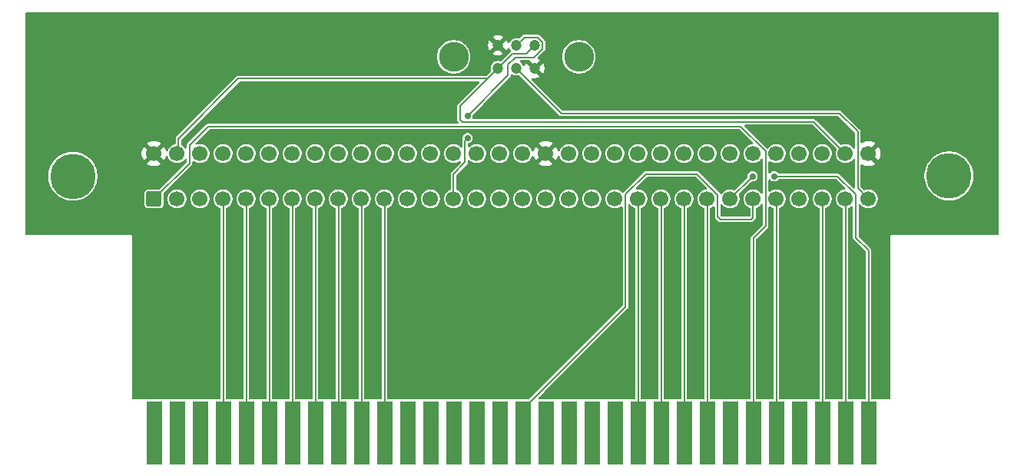
<source format=gtl>
G04 #@! TF.GenerationSoftware,KiCad,Pcbnew,9.0.5*
G04 #@! TF.CreationDate,2025-10-21T18:02:58+01:00*
G04 #@! TF.ProjectId,md-dumper-mega-tech-adapter,6d642d64-756d-4706-9572-2d6d6567612d,rev?*
G04 #@! TF.SameCoordinates,Original*
G04 #@! TF.FileFunction,Copper,L1,Top*
G04 #@! TF.FilePolarity,Positive*
%FSLAX46Y46*%
G04 Gerber Fmt 4.6, Leading zero omitted, Abs format (unit mm)*
G04 Created by KiCad (PCBNEW 9.0.5) date 2025-10-21 18:02:58*
%MOMM*%
%LPD*%
G01*
G04 APERTURE LIST*
G04 Aperture macros list*
%AMRoundRect*
0 Rectangle with rounded corners*
0 $1 Rounding radius*
0 $2 $3 $4 $5 $6 $7 $8 $9 X,Y pos of 4 corners*
0 Add a 4 corners polygon primitive as box body*
4,1,4,$2,$3,$4,$5,$6,$7,$8,$9,$2,$3,0*
0 Add four circle primitives for the rounded corners*
1,1,$1+$1,$2,$3*
1,1,$1+$1,$4,$5*
1,1,$1+$1,$6,$7*
1,1,$1+$1,$8,$9*
0 Add four rect primitives between the rounded corners*
20,1,$1+$1,$2,$3,$4,$5,0*
20,1,$1+$1,$4,$5,$6,$7,0*
20,1,$1+$1,$6,$7,$8,$9,0*
20,1,$1+$1,$8,$9,$2,$3,0*%
G04 Aperture macros list end*
G04 #@! TA.AperFunction,ComponentPad*
%ADD10C,1.700000*%
G04 #@! TD*
G04 #@! TA.AperFunction,ComponentPad*
%ADD11RoundRect,0.250000X0.600000X-0.600000X0.600000X0.600000X-0.600000X0.600000X-0.600000X-0.600000X0*%
G04 #@! TD*
G04 #@! TA.AperFunction,ComponentPad*
%ADD12C,5.000000*%
G04 #@! TD*
G04 #@! TA.AperFunction,SMDPad,CuDef*
%ADD13R,1.778000X6.985000*%
G04 #@! TD*
G04 #@! TA.AperFunction,ComponentPad*
%ADD14C,1.200000*%
G04 #@! TD*
G04 #@! TA.AperFunction,ComponentPad*
%ADD15C,3.290000*%
G04 #@! TD*
G04 #@! TA.AperFunction,ViaPad*
%ADD16C,0.711200*%
G04 #@! TD*
G04 #@! TA.AperFunction,Conductor*
%ADD17C,0.203200*%
G04 #@! TD*
G04 APERTURE END LIST*
D10*
X106670000Y-95675000D03*
X109210000Y-95675000D03*
X111750000Y-95675000D03*
X114290000Y-95675000D03*
X116830000Y-95675000D03*
X119370000Y-95675000D03*
X121910000Y-95675000D03*
X124450000Y-95675000D03*
X126990000Y-95675000D03*
X129530000Y-95675000D03*
X132070000Y-95675000D03*
X134610000Y-95675000D03*
X137150000Y-95675000D03*
X139690000Y-95675000D03*
X142230000Y-95675000D03*
X144770000Y-95675000D03*
X147310000Y-95675000D03*
X149850000Y-95675000D03*
X152390000Y-95675000D03*
X154930000Y-95675000D03*
X157470000Y-95675000D03*
X160010000Y-95675000D03*
X162550000Y-95675000D03*
X165090000Y-95675000D03*
X167630000Y-95675000D03*
X170170000Y-95675000D03*
X172710000Y-95675000D03*
X175250000Y-95675000D03*
X177790000Y-95675000D03*
X180330000Y-95675000D03*
X182870000Y-95675000D03*
X185410000Y-95675000D03*
D11*
X106670000Y-100675000D03*
D10*
X109210000Y-100675000D03*
X111750000Y-100675000D03*
X114290000Y-100675000D03*
X116830000Y-100675000D03*
X119370000Y-100675000D03*
X121910000Y-100675000D03*
X124450000Y-100675000D03*
X126990000Y-100675000D03*
X129530000Y-100675000D03*
X132070000Y-100675000D03*
X134610000Y-100675000D03*
X137150000Y-100675000D03*
X139690000Y-100675000D03*
X142230000Y-100675000D03*
X144770000Y-100675000D03*
X147310000Y-100675000D03*
X149850000Y-100675000D03*
X152390000Y-100675000D03*
X154930000Y-100675000D03*
X157470000Y-100675000D03*
X160010000Y-100675000D03*
X162550000Y-100675000D03*
X165090000Y-100675000D03*
X167630000Y-100675000D03*
X170170000Y-100675000D03*
X172710000Y-100675000D03*
X175250000Y-100675000D03*
X177790000Y-100675000D03*
X180330000Y-100675000D03*
X182870000Y-100675000D03*
X185410000Y-100675000D03*
D12*
X97730000Y-98175000D03*
X194295000Y-98140000D03*
D13*
X106680000Y-126492000D03*
X109220000Y-126492000D03*
X111760000Y-126492000D03*
X114300000Y-126492000D03*
X116840000Y-126492000D03*
X119380000Y-126492000D03*
X121920000Y-126492000D03*
X124460000Y-126492000D03*
X127000000Y-126492000D03*
X129540000Y-126492000D03*
X132080000Y-126492000D03*
X134620000Y-126492000D03*
X137160000Y-126492000D03*
X139700000Y-126492000D03*
X142240000Y-126492000D03*
X144780000Y-126492000D03*
X147320000Y-126492000D03*
X149860000Y-126492000D03*
X152400000Y-126492000D03*
X154940000Y-126492000D03*
X157480000Y-126492000D03*
X160020000Y-126492000D03*
X162560000Y-126492000D03*
X165100000Y-126492000D03*
X167640000Y-126492000D03*
X170180000Y-126492000D03*
X172720000Y-126492000D03*
X175260000Y-126492000D03*
X177800000Y-126492000D03*
X180340000Y-126492000D03*
X182880000Y-126492000D03*
X185420000Y-126492000D03*
D14*
X148600000Y-83750000D03*
X146600000Y-83750000D03*
X144600000Y-83750000D03*
X148600000Y-86250000D03*
X146600000Y-86250000D03*
X144600000Y-86250000D03*
D15*
X153500000Y-85000000D03*
X139700000Y-85000000D03*
D16*
X141240000Y-93975000D03*
X173890000Y-121450000D03*
X174440000Y-104425000D03*
X173390000Y-102600000D03*
X175740000Y-97325000D03*
X175715000Y-98925000D03*
X171440000Y-103650000D03*
X169465000Y-101975000D03*
X168565000Y-103650000D03*
X168840000Y-121475000D03*
X171440000Y-121475000D03*
X171415000Y-102225000D03*
X159315000Y-103700000D03*
X173140000Y-99175000D03*
X173140000Y-97175000D03*
X177390000Y-97425000D03*
X180140000Y-97425000D03*
X182890000Y-97675000D03*
X174390000Y-93675000D03*
X181390000Y-103675000D03*
X178890000Y-103675000D03*
X176640000Y-103675000D03*
X181640000Y-121425000D03*
X179140000Y-121425000D03*
X176640000Y-121425000D03*
X182140000Y-99425000D03*
X179890000Y-98925000D03*
X177140000Y-98925000D03*
X162390000Y-98675000D03*
X165140000Y-98675000D03*
X150640000Y-87425000D03*
X150640000Y-85175000D03*
X143140000Y-82175000D03*
X143140000Y-85175000D03*
X172640000Y-98175000D03*
X175040000Y-98175000D03*
X135890000Y-103675000D03*
X153890000Y-103675000D03*
X133390000Y-103675000D03*
X148640000Y-103675000D03*
X113140000Y-103675000D03*
X166640000Y-103675000D03*
X161640000Y-103675000D03*
X118390000Y-103675000D03*
X130890000Y-103675000D03*
X151140000Y-103675000D03*
X128390000Y-103675000D03*
X123390000Y-103675000D03*
X143390000Y-103675000D03*
X108140000Y-103675000D03*
X138640000Y-103675000D03*
X146140000Y-103675000D03*
X110640000Y-103675000D03*
X156140000Y-103675000D03*
X120890000Y-103675000D03*
X141140000Y-103675000D03*
X164140000Y-103675000D03*
X125890000Y-103675000D03*
X115890000Y-103675000D03*
X141250000Y-91500000D03*
X143500000Y-121500000D03*
X184000000Y-106500000D03*
X184250000Y-121500000D03*
X166250000Y-121500000D03*
X138250000Y-121500000D03*
X158750000Y-121500000D03*
X163750000Y-121500000D03*
X159250000Y-113250000D03*
X128250000Y-121500000D03*
X117000000Y-91500000D03*
X161250000Y-121500000D03*
X120750000Y-121500000D03*
X156250000Y-121500000D03*
X117000000Y-88750000D03*
X135750000Y-121500000D03*
X108000000Y-121500000D03*
X113000000Y-121500000D03*
X148500000Y-121500000D03*
X123250000Y-121500000D03*
X141000000Y-121500000D03*
X153750000Y-121500000D03*
X118250000Y-121500000D03*
X146000000Y-121500000D03*
X131000000Y-121500000D03*
X147000000Y-88500000D03*
X161500000Y-94250000D03*
X133250000Y-121500000D03*
X110500000Y-121500000D03*
X115750000Y-121500000D03*
X151000000Y-121500000D03*
X125750000Y-121500000D03*
D17*
X139690000Y-100675000D02*
X139690000Y-97920000D01*
X140965000Y-94250000D02*
X141240000Y-93975000D01*
X139690000Y-97920000D02*
X140965000Y-96645000D01*
X140965000Y-96645000D02*
X140965000Y-94250000D01*
X109360000Y-95230000D02*
X109360000Y-94027919D01*
X109360000Y-94027919D02*
X115987919Y-87400000D01*
X115987919Y-87400000D02*
X143450000Y-87400000D01*
X143450000Y-87400000D02*
X144600000Y-86250000D01*
X172720000Y-126492000D02*
X172720000Y-105005000D01*
X172720000Y-105005000D02*
X174090000Y-103635000D01*
X174090000Y-103635000D02*
X174090000Y-95427636D01*
X174090000Y-95427636D02*
X173990000Y-95327636D01*
X171337364Y-92675000D02*
X112640000Y-92675000D01*
X112640000Y-92675000D02*
X110599280Y-94715720D01*
X110599280Y-94715720D02*
X110599280Y-96745720D01*
X173990000Y-95327636D02*
X171337364Y-92675000D01*
X110599280Y-96745720D02*
X106670000Y-100675000D01*
X185420000Y-106350000D02*
X185420000Y-126492000D01*
X181997364Y-98175000D02*
X184020720Y-100198356D01*
X184020720Y-104950720D02*
X185420000Y-106350000D01*
X175040000Y-98175000D02*
X181997364Y-98175000D01*
X184020720Y-100198356D02*
X184020720Y-104950720D01*
X147320000Y-123888500D02*
X158640000Y-112568500D01*
X158640000Y-112568500D02*
X158640000Y-100175000D01*
X168790000Y-102600000D02*
X169140000Y-102950000D01*
X158640000Y-100175000D02*
X160890000Y-97925000D01*
X147320000Y-126492000D02*
X147320000Y-123888500D01*
X169140000Y-102950000D02*
X172465000Y-102950000D01*
X172710000Y-102705000D02*
X172710000Y-100675000D01*
X160890000Y-97925000D02*
X166507364Y-97925000D01*
X166507364Y-97925000D02*
X168790000Y-100207636D01*
X168790000Y-100207636D02*
X168790000Y-102600000D01*
X172465000Y-102950000D02*
X172710000Y-102705000D01*
X182870000Y-95675000D02*
X179370000Y-92175000D01*
X140390000Y-90460000D02*
X144600000Y-86250000D01*
X179370000Y-92175000D02*
X140640000Y-92175000D01*
X140390000Y-91925000D02*
X140390000Y-90460000D01*
X140640000Y-92175000D02*
X140390000Y-91925000D01*
X172640000Y-98175000D02*
X172640000Y-98205000D01*
X172640000Y-98205000D02*
X170170000Y-100675000D01*
X185410000Y-100675000D02*
X184259280Y-99524280D01*
X184259280Y-99524280D02*
X184259280Y-93259280D01*
X184259280Y-93259280D02*
X182250000Y-91250000D01*
X182880000Y-126492000D02*
X182880000Y-100685000D01*
X182880000Y-100685000D02*
X182870000Y-100675000D01*
X180340000Y-126492000D02*
X180340000Y-100685000D01*
X180340000Y-100685000D02*
X180330000Y-100675000D01*
X175260000Y-126492000D02*
X175260000Y-100685000D01*
X175260000Y-100685000D02*
X175250000Y-100675000D01*
X167640000Y-126492000D02*
X167640000Y-100685000D01*
X167640000Y-100685000D02*
X167630000Y-100675000D01*
X165100000Y-126492000D02*
X165100000Y-100685000D01*
X165100000Y-100685000D02*
X165090000Y-100675000D01*
X162560000Y-126492000D02*
X162560000Y-100685000D01*
X162560000Y-100685000D02*
X162550000Y-100675000D01*
X160020000Y-126492000D02*
X160020000Y-100685000D01*
X160020000Y-100685000D02*
X160010000Y-100675000D01*
X132080000Y-126492000D02*
X132080000Y-100685000D01*
X132080000Y-100685000D02*
X132070000Y-100675000D01*
X129540000Y-126492000D02*
X129540000Y-100685000D01*
X129540000Y-100685000D02*
X129530000Y-100675000D01*
X127000000Y-126492000D02*
X127000000Y-100685000D01*
X127000000Y-100685000D02*
X126990000Y-100675000D01*
X124460000Y-126492000D02*
X124460000Y-100685000D01*
X124460000Y-100685000D02*
X124450000Y-100675000D01*
X121920000Y-126492000D02*
X121920000Y-100685000D01*
X121920000Y-100685000D02*
X121910000Y-100675000D01*
X119380000Y-126492000D02*
X119380000Y-100685000D01*
X119380000Y-100685000D02*
X119370000Y-100675000D01*
X116840000Y-126492000D02*
X116840000Y-100685000D01*
X116840000Y-100685000D02*
X116830000Y-100675000D01*
X114300000Y-126492000D02*
X114300000Y-100685000D01*
X114300000Y-100685000D02*
X114290000Y-100675000D01*
X119380000Y-100715000D02*
X119340000Y-100675000D01*
X116840000Y-100715000D02*
X116800000Y-100675000D01*
X114300000Y-100715000D02*
X114260000Y-100675000D01*
X122060000Y-126352000D02*
X121920000Y-126492000D01*
X119520000Y-126352000D02*
X119380000Y-126492000D01*
X116980000Y-126352000D02*
X116840000Y-126492000D01*
X162700000Y-126352000D02*
X162560000Y-126492000D01*
X124600000Y-126352000D02*
X124460000Y-126492000D01*
X165240000Y-126352000D02*
X165100000Y-126492000D01*
X160160000Y-126352000D02*
X160020000Y-126492000D01*
X167780000Y-126352000D02*
X167640000Y-126492000D01*
X129680000Y-126352000D02*
X129540000Y-126492000D01*
X180480000Y-126352000D02*
X180340000Y-126492000D01*
X183020000Y-126352000D02*
X182880000Y-126492000D01*
X175400000Y-126352000D02*
X175260000Y-126492000D01*
X127140000Y-126352000D02*
X127000000Y-126492000D01*
X132220000Y-126352000D02*
X132080000Y-126492000D01*
X146523149Y-85053040D02*
X148570771Y-85053040D01*
X149500720Y-84123091D02*
X149500720Y-83376909D01*
X149500720Y-83376909D02*
X148973091Y-82849280D01*
X145699280Y-85876909D02*
X146523149Y-85053040D01*
X147500720Y-82849280D02*
X146600000Y-83750000D01*
X141250000Y-91500000D02*
X145699280Y-87050720D01*
X148973091Y-82849280D02*
X147500720Y-82849280D01*
X145699280Y-87050720D02*
X145699280Y-85876909D01*
X148570771Y-85053040D02*
X149500720Y-84123091D01*
X182250000Y-91250000D02*
X151600000Y-91250000D01*
X151600000Y-91250000D02*
X146600000Y-86250000D01*
X148600000Y-83750000D02*
X147699280Y-84650720D01*
X147699280Y-84650720D02*
X146199280Y-84650720D01*
X146199280Y-84650720D02*
X144600000Y-86250000D01*
X114260000Y-126452000D02*
X114300000Y-126492000D01*
G04 #@! TA.AperFunction,Conductor*
G36*
X199732539Y-80120185D02*
G01*
X199778294Y-80172989D01*
X199789500Y-80224500D01*
X199789500Y-104525500D01*
X199769815Y-104592539D01*
X199717011Y-104638294D01*
X199665500Y-104649500D01*
X187940007Y-104649500D01*
X187903071Y-104664799D01*
X187874799Y-104693071D01*
X187859500Y-104730007D01*
X187859500Y-122626000D01*
X187839815Y-122693039D01*
X187787011Y-122738794D01*
X187735500Y-122750000D01*
X185844220Y-122750000D01*
X185777181Y-122730315D01*
X185731426Y-122677511D01*
X185720220Y-122626000D01*
X185720220Y-106407247D01*
X185720220Y-106389528D01*
X185720221Y-106389525D01*
X185720221Y-106310476D01*
X185699761Y-106234120D01*
X185699761Y-106234119D01*
X185660236Y-106165660D01*
X185604340Y-106109764D01*
X185604339Y-106109763D01*
X185600009Y-106105433D01*
X185599998Y-106105423D01*
X184357259Y-104862684D01*
X184323774Y-104801361D01*
X184320940Y-104775003D01*
X184320940Y-101341346D01*
X184340625Y-101274307D01*
X184393429Y-101228552D01*
X184462587Y-101218608D01*
X184526143Y-101247633D01*
X184548042Y-101272455D01*
X184595483Y-101343455D01*
X184595486Y-101343459D01*
X184741540Y-101489513D01*
X184741544Y-101489516D01*
X184913285Y-101604271D01*
X184913298Y-101604278D01*
X185104124Y-101683320D01*
X185104129Y-101683322D01*
X185306715Y-101723619D01*
X185306718Y-101723620D01*
X185306720Y-101723620D01*
X185513282Y-101723620D01*
X185513283Y-101723619D01*
X185715871Y-101683322D01*
X185906708Y-101604275D01*
X186078456Y-101489516D01*
X186224516Y-101343456D01*
X186339275Y-101171708D01*
X186418322Y-100980871D01*
X186458620Y-100778280D01*
X186458620Y-100571720D01*
X186458620Y-100571717D01*
X186458619Y-100571715D01*
X186418323Y-100369136D01*
X186418322Y-100369129D01*
X186367803Y-100247164D01*
X186339278Y-100178298D01*
X186339271Y-100178285D01*
X186224516Y-100006544D01*
X186224513Y-100006540D01*
X186078459Y-99860486D01*
X186078455Y-99860483D01*
X185906714Y-99745728D01*
X185906701Y-99745721D01*
X185715875Y-99666679D01*
X185715863Y-99666676D01*
X185513283Y-99626380D01*
X185513280Y-99626380D01*
X185306720Y-99626380D01*
X185306717Y-99626380D01*
X185104136Y-99666676D01*
X185104124Y-99666679D01*
X184984187Y-99716359D01*
X184914718Y-99723828D01*
X184852239Y-99692553D01*
X184849054Y-99689479D01*
X184595819Y-99436244D01*
X184562334Y-99374921D01*
X184559500Y-99348563D01*
X184559500Y-97988444D01*
X191596380Y-97988444D01*
X191596380Y-98291555D01*
X191630315Y-98592735D01*
X191630317Y-98592751D01*
X191697762Y-98888250D01*
X191697766Y-98888262D01*
X191797869Y-99174337D01*
X191797878Y-99174359D01*
X191929379Y-99447424D01*
X191950444Y-99480949D01*
X192090643Y-99704074D01*
X192214540Y-99859436D01*
X192274613Y-99934766D01*
X192279625Y-99941050D01*
X192493950Y-100155375D01*
X192730926Y-100344357D01*
X192987570Y-100505617D01*
X192987575Y-100505620D01*
X193260640Y-100637121D01*
X193260649Y-100637124D01*
X193260656Y-100637128D01*
X193260662Y-100637130D01*
X193546737Y-100737233D01*
X193546749Y-100737237D01*
X193842252Y-100804683D01*
X194143445Y-100838619D01*
X194143446Y-100838620D01*
X194143449Y-100838620D01*
X194446554Y-100838620D01*
X194446554Y-100838619D01*
X194747748Y-100804683D01*
X195043251Y-100737237D01*
X195329344Y-100637128D01*
X195465166Y-100571720D01*
X195602424Y-100505620D01*
X195602424Y-100505619D01*
X195602430Y-100505617D01*
X195859074Y-100344357D01*
X196096050Y-100155375D01*
X196310375Y-99941050D01*
X196499357Y-99704074D01*
X196660617Y-99447430D01*
X196674007Y-99419626D01*
X196792121Y-99174359D01*
X196792122Y-99174355D01*
X196792128Y-99174344D01*
X196892237Y-98888251D01*
X196959683Y-98592748D01*
X196993620Y-98291551D01*
X196993620Y-97988449D01*
X196959683Y-97687252D01*
X196892237Y-97391749D01*
X196792128Y-97105656D01*
X196792124Y-97105649D01*
X196792121Y-97105640D01*
X196660620Y-96832575D01*
X196634038Y-96790270D01*
X196499357Y-96575926D01*
X196310375Y-96338950D01*
X196096050Y-96124625D01*
X196047604Y-96085991D01*
X196017330Y-96061848D01*
X195859074Y-95935643D01*
X195656635Y-95808442D01*
X195602424Y-95774379D01*
X195329359Y-95642878D01*
X195329337Y-95642869D01*
X195043262Y-95542766D01*
X195043250Y-95542762D01*
X194747751Y-95475317D01*
X194747735Y-95475315D01*
X194446555Y-95441380D01*
X194446551Y-95441380D01*
X194143449Y-95441380D01*
X194143444Y-95441380D01*
X193842264Y-95475315D01*
X193842248Y-95475317D01*
X193546749Y-95542762D01*
X193546737Y-95542766D01*
X193260662Y-95642869D01*
X193260640Y-95642878D01*
X192987575Y-95774379D01*
X192730927Y-95935642D01*
X192493950Y-96124624D01*
X192279624Y-96338950D01*
X192090642Y-96575927D01*
X191929379Y-96832575D01*
X191797878Y-97105640D01*
X191797869Y-97105662D01*
X191697766Y-97391737D01*
X191697762Y-97391749D01*
X191630317Y-97687248D01*
X191630315Y-97687264D01*
X191596380Y-97988444D01*
X184559500Y-97988444D01*
X184559500Y-96959138D01*
X184579185Y-96892099D01*
X184631989Y-96846344D01*
X184701147Y-96836400D01*
X184739795Y-96848653D01*
X184891782Y-96926095D01*
X185093870Y-96991757D01*
X185303754Y-97025000D01*
X185516246Y-97025000D01*
X185726127Y-96991757D01*
X185726130Y-96991757D01*
X185928217Y-96926095D01*
X186117554Y-96829622D01*
X186171716Y-96790270D01*
X186171717Y-96790270D01*
X185539409Y-96157962D01*
X185602993Y-96140925D01*
X185717007Y-96075099D01*
X185810099Y-95982007D01*
X185875925Y-95867993D01*
X185892962Y-95804409D01*
X186525270Y-96436717D01*
X186525270Y-96436716D01*
X186564622Y-96382554D01*
X186661095Y-96193217D01*
X186726757Y-95991130D01*
X186726757Y-95991127D01*
X186760000Y-95781246D01*
X186760000Y-95568753D01*
X186726757Y-95358872D01*
X186726757Y-95358869D01*
X186661095Y-95156782D01*
X186564624Y-94967449D01*
X186525270Y-94913282D01*
X186525269Y-94913282D01*
X185892962Y-95545590D01*
X185875925Y-95482007D01*
X185810099Y-95367993D01*
X185717007Y-95274901D01*
X185602993Y-95209075D01*
X185539407Y-95192036D01*
X186171716Y-94559728D01*
X186117550Y-94520375D01*
X185928217Y-94423904D01*
X185726129Y-94358242D01*
X185516246Y-94325000D01*
X185303754Y-94325000D01*
X185093872Y-94358242D01*
X185093869Y-94358242D01*
X184891782Y-94423904D01*
X184739795Y-94501346D01*
X184671126Y-94514242D01*
X184606385Y-94487966D01*
X184566128Y-94430859D01*
X184559500Y-94390861D01*
X184559500Y-93308806D01*
X184559501Y-93308793D01*
X184559501Y-93219758D01*
X184559501Y-93219756D01*
X184539041Y-93143399D01*
X184499516Y-93074940D01*
X184443620Y-93019044D01*
X184443619Y-93019043D01*
X184439289Y-93014713D01*
X184439278Y-93014703D01*
X182497306Y-91072731D01*
X182497304Y-91072728D01*
X182434342Y-91009766D01*
X182434340Y-91009764D01*
X182365881Y-90970239D01*
X182289524Y-90949779D01*
X182210476Y-90949779D01*
X182202880Y-90949779D01*
X182202864Y-90949780D01*
X151775717Y-90949780D01*
X151708678Y-90930095D01*
X151688036Y-90913461D01*
X148321250Y-87546675D01*
X148287765Y-87485352D01*
X148292749Y-87415660D01*
X148334621Y-87359727D01*
X148400085Y-87335310D01*
X148428330Y-87336521D01*
X148513430Y-87350000D01*
X148686571Y-87350000D01*
X148857584Y-87322914D01*
X149022257Y-87269408D01*
X149176525Y-87190803D01*
X149182736Y-87186289D01*
X148596446Y-86600000D01*
X148646078Y-86600000D01*
X148735095Y-86576148D01*
X148814905Y-86530070D01*
X148880070Y-86464905D01*
X148926148Y-86385095D01*
X148950000Y-86296078D01*
X148950000Y-86249999D01*
X148953553Y-86249999D01*
X148953553Y-86250000D01*
X149536289Y-86832736D01*
X149540803Y-86826525D01*
X149619408Y-86672257D01*
X149672914Y-86507584D01*
X149700000Y-86336571D01*
X149700000Y-86163428D01*
X149672914Y-85992415D01*
X149619408Y-85827742D01*
X149540801Y-85673471D01*
X149536290Y-85667262D01*
X149536289Y-85667261D01*
X148953553Y-86249999D01*
X148950000Y-86249999D01*
X148950000Y-86203922D01*
X148926148Y-86114905D01*
X148880070Y-86035095D01*
X148814905Y-85969930D01*
X148735095Y-85923852D01*
X148646078Y-85900000D01*
X148553922Y-85900000D01*
X148464905Y-85923852D01*
X148385095Y-85969930D01*
X148319930Y-86035095D01*
X148273852Y-86114905D01*
X148250000Y-86203922D01*
X148250000Y-86253553D01*
X147663709Y-85667261D01*
X147663708Y-85667261D01*
X147659203Y-85673463D01*
X147659193Y-85673480D01*
X147580593Y-85827738D01*
X147556501Y-85901885D01*
X147517062Y-85959560D01*
X147452703Y-85986757D01*
X147383857Y-85974842D01*
X147332382Y-85927597D01*
X147324009Y-85911017D01*
X147307731Y-85871718D01*
X147307724Y-85871705D01*
X147220329Y-85740910D01*
X147220326Y-85740906D01*
X147109093Y-85629673D01*
X147109089Y-85629670D01*
X147035295Y-85580362D01*
X146990490Y-85526750D01*
X146981783Y-85457425D01*
X147011938Y-85394397D01*
X147071381Y-85357678D01*
X147104186Y-85353260D01*
X148005451Y-85353260D01*
X148072490Y-85372945D01*
X148093132Y-85389579D01*
X148600000Y-85896446D01*
X148600001Y-85896446D01*
X149182737Y-85313709D01*
X149176522Y-85309194D01*
X149038876Y-85239059D01*
X148988080Y-85191085D01*
X148971285Y-85123264D01*
X148993823Y-85057129D01*
X149007482Y-85040902D01*
X149169216Y-84879169D01*
X151656380Y-84879169D01*
X151656380Y-85120830D01*
X151656381Y-85120846D01*
X151687560Y-85357678D01*
X151687925Y-85360444D01*
X151736646Y-85542275D01*
X151750476Y-85593886D01*
X151750480Y-85593899D01*
X151842954Y-85817153D01*
X151842959Y-85817162D01*
X151963797Y-86026458D01*
X151963802Y-86026464D01*
X151963803Y-86026466D01*
X152110917Y-86218190D01*
X152110923Y-86218197D01*
X152281802Y-86389076D01*
X152281809Y-86389082D01*
X152418328Y-86493836D01*
X152473542Y-86536203D01*
X152682838Y-86657041D01*
X152682841Y-86657042D01*
X152682846Y-86657045D01*
X152906100Y-86749519D01*
X152906105Y-86749520D01*
X152906116Y-86749525D01*
X153139556Y-86812075D01*
X153379163Y-86843620D01*
X153379170Y-86843620D01*
X153620830Y-86843620D01*
X153620837Y-86843620D01*
X153860444Y-86812075D01*
X154093884Y-86749525D01*
X154093896Y-86749519D01*
X154093899Y-86749519D01*
X154317153Y-86657045D01*
X154317154Y-86657043D01*
X154317162Y-86657041D01*
X154526458Y-86536203D01*
X154718192Y-86389081D01*
X154889081Y-86218192D01*
X155036203Y-86026458D01*
X155157041Y-85817162D01*
X155188626Y-85740910D01*
X155249519Y-85593899D01*
X155249519Y-85593896D01*
X155249525Y-85593884D01*
X155312075Y-85360444D01*
X155343620Y-85120837D01*
X155343620Y-84879163D01*
X155312075Y-84639556D01*
X155249525Y-84406116D01*
X155249520Y-84406105D01*
X155249519Y-84406100D01*
X155157045Y-84182846D01*
X155157040Y-84182837D01*
X155150933Y-84172259D01*
X155036203Y-83973542D01*
X154889081Y-83781808D01*
X154889076Y-83781802D01*
X154718197Y-83610923D01*
X154718190Y-83610917D01*
X154526466Y-83463803D01*
X154526464Y-83463802D01*
X154526458Y-83463797D01*
X154317162Y-83342959D01*
X154317153Y-83342954D01*
X154093899Y-83250480D01*
X154093886Y-83250476D01*
X154093887Y-83250476D01*
X154093884Y-83250475D01*
X153860444Y-83187925D01*
X153860443Y-83187924D01*
X153860440Y-83187924D01*
X153620846Y-83156381D01*
X153620843Y-83156380D01*
X153620837Y-83156380D01*
X153379163Y-83156380D01*
X153379157Y-83156380D01*
X153379153Y-83156381D01*
X153139559Y-83187924D01*
X153122213Y-83192572D01*
X152906116Y-83250475D01*
X152906114Y-83250475D01*
X152906113Y-83250476D01*
X152906100Y-83250480D01*
X152682846Y-83342954D01*
X152682837Y-83342959D01*
X152473542Y-83463797D01*
X152473533Y-83463803D01*
X152281809Y-83610917D01*
X152281802Y-83610923D01*
X152110923Y-83781802D01*
X152110917Y-83781809D01*
X151963803Y-83973533D01*
X151963797Y-83973542D01*
X151842959Y-84182837D01*
X151842954Y-84182846D01*
X151750480Y-84406100D01*
X151750476Y-84406113D01*
X151750475Y-84406116D01*
X151720515Y-84517929D01*
X151687924Y-84639559D01*
X151656381Y-84879153D01*
X151656380Y-84879169D01*
X149169216Y-84879169D01*
X149740956Y-84307431D01*
X149780481Y-84238972D01*
X149800940Y-84162616D01*
X149800940Y-84083567D01*
X149800940Y-83426435D01*
X149800941Y-83426422D01*
X149800941Y-83337385D01*
X149793751Y-83310553D01*
X149780481Y-83261028D01*
X149768866Y-83240910D01*
X149740956Y-83192569D01*
X149685060Y-83136673D01*
X149685059Y-83136672D01*
X149680729Y-83132342D01*
X149680718Y-83132332D01*
X149220397Y-82672011D01*
X149220395Y-82672008D01*
X149157433Y-82609046D01*
X149157431Y-82609044D01*
X149088972Y-82569519D01*
X149012615Y-82549059D01*
X148933567Y-82549059D01*
X148925971Y-82549059D01*
X148925955Y-82549060D01*
X147461195Y-82549060D01*
X147384838Y-82569519D01*
X147384836Y-82569520D01*
X147316383Y-82609042D01*
X147316377Y-82609046D01*
X146969602Y-82955820D01*
X146908279Y-82989305D01*
X146838587Y-82984321D01*
X146834491Y-82982709D01*
X146832949Y-82982071D01*
X146832946Y-82982070D01*
X146832942Y-82982069D01*
X146678659Y-82951380D01*
X146678657Y-82951380D01*
X146521343Y-82951380D01*
X146521341Y-82951380D01*
X146367056Y-82982069D01*
X146367046Y-82982072D01*
X146221718Y-83042268D01*
X146221705Y-83042275D01*
X146090910Y-83129670D01*
X146090906Y-83129673D01*
X145979673Y-83240906D01*
X145979670Y-83240910D01*
X145892275Y-83371705D01*
X145892267Y-83371720D01*
X145875989Y-83411019D01*
X145832148Y-83465422D01*
X145765853Y-83487486D01*
X145698154Y-83470206D01*
X145650544Y-83419068D01*
X145643498Y-83401883D01*
X145619408Y-83327744D01*
X145540801Y-83173471D01*
X145536290Y-83167262D01*
X145536289Y-83167261D01*
X144953553Y-83749999D01*
X144953553Y-83750000D01*
X145536289Y-84332736D01*
X145540803Y-84326525D01*
X145619408Y-84172255D01*
X145643498Y-84098116D01*
X145682935Y-84040441D01*
X145747294Y-84013242D01*
X145816140Y-84025156D01*
X145867616Y-84072400D01*
X145875990Y-84088981D01*
X145892270Y-84128284D01*
X145892275Y-84128294D01*
X145966230Y-84238974D01*
X145979671Y-84259090D01*
X145985318Y-84264737D01*
X146018805Y-84326057D01*
X146013824Y-84395749D01*
X145985321Y-84440102D01*
X144969603Y-85455820D01*
X144908280Y-85489305D01*
X144838588Y-85484321D01*
X144834472Y-85482701D01*
X144832954Y-85482072D01*
X144832947Y-85482070D01*
X144678659Y-85451380D01*
X144678657Y-85451380D01*
X144521343Y-85451380D01*
X144521341Y-85451380D01*
X144367056Y-85482069D01*
X144367046Y-85482072D01*
X144221718Y-85542268D01*
X144221705Y-85542275D01*
X144090910Y-85629670D01*
X144090906Y-85629673D01*
X143979673Y-85740906D01*
X143979670Y-85740910D01*
X143892275Y-85871705D01*
X143892268Y-85871718D01*
X143832072Y-86017046D01*
X143832069Y-86017056D01*
X143801380Y-86171340D01*
X143801380Y-86171343D01*
X143801380Y-86328657D01*
X143801380Y-86328659D01*
X143801379Y-86328659D01*
X143832070Y-86482947D01*
X143832072Y-86482954D01*
X143832701Y-86484472D01*
X143832793Y-86485331D01*
X143833840Y-86488782D01*
X143833185Y-86488980D01*
X143840168Y-86553942D01*
X143808892Y-86616420D01*
X143805820Y-86619603D01*
X143361964Y-87063461D01*
X143300641Y-87096946D01*
X143274283Y-87099780D01*
X116035055Y-87099780D01*
X116035039Y-87099779D01*
X116027443Y-87099779D01*
X115948395Y-87099779D01*
X115872038Y-87120239D01*
X115872036Y-87120239D01*
X115872036Y-87120240D01*
X115803579Y-87159764D01*
X115803576Y-87159766D01*
X109119763Y-93843579D01*
X109113457Y-93854501D01*
X109110792Y-93859119D01*
X109080239Y-93912038D01*
X109059779Y-93988395D01*
X109059779Y-93988397D01*
X109059779Y-94077432D01*
X109059780Y-94077445D01*
X109059780Y-94533952D01*
X109040095Y-94600991D01*
X108987291Y-94646746D01*
X108959973Y-94655569D01*
X108904133Y-94666676D01*
X108904124Y-94666679D01*
X108713298Y-94745721D01*
X108713285Y-94745728D01*
X108541544Y-94860483D01*
X108541540Y-94860486D01*
X108395486Y-95006540D01*
X108395483Y-95006544D01*
X108280728Y-95178285D01*
X108280723Y-95178295D01*
X108211729Y-95344862D01*
X108167888Y-95399265D01*
X108101594Y-95421330D01*
X108033894Y-95404051D01*
X107986284Y-95352913D01*
X107979237Y-95335726D01*
X107921096Y-95156784D01*
X107824624Y-94967449D01*
X107785270Y-94913282D01*
X107785269Y-94913282D01*
X107152962Y-95545590D01*
X107135925Y-95482007D01*
X107070099Y-95367993D01*
X106977007Y-95274901D01*
X106862993Y-95209075D01*
X106799409Y-95192037D01*
X107431716Y-94559728D01*
X107377550Y-94520375D01*
X107188217Y-94423904D01*
X106986129Y-94358242D01*
X106776246Y-94325000D01*
X106563754Y-94325000D01*
X106353872Y-94358242D01*
X106353869Y-94358242D01*
X106151782Y-94423904D01*
X105962439Y-94520380D01*
X105908282Y-94559727D01*
X105908282Y-94559728D01*
X106540591Y-95192037D01*
X106477007Y-95209075D01*
X106362993Y-95274901D01*
X106269901Y-95367993D01*
X106204075Y-95482007D01*
X106187037Y-95545591D01*
X105554728Y-94913282D01*
X105554727Y-94913282D01*
X105515380Y-94967439D01*
X105418904Y-95156782D01*
X105353242Y-95358869D01*
X105353242Y-95358872D01*
X105320000Y-95568753D01*
X105320000Y-95781246D01*
X105353242Y-95991127D01*
X105353242Y-95991130D01*
X105418904Y-96193217D01*
X105515375Y-96382550D01*
X105554728Y-96436716D01*
X106187037Y-95804408D01*
X106204075Y-95867993D01*
X106269901Y-95982007D01*
X106362993Y-96075099D01*
X106477007Y-96140925D01*
X106540590Y-96157962D01*
X105908282Y-96790269D01*
X105908282Y-96790270D01*
X105962449Y-96829624D01*
X106151782Y-96926095D01*
X106353870Y-96991757D01*
X106563754Y-97025000D01*
X106776246Y-97025000D01*
X106986127Y-96991757D01*
X106986130Y-96991757D01*
X107188217Y-96926095D01*
X107377554Y-96829622D01*
X107431716Y-96790270D01*
X107431717Y-96790270D01*
X106799408Y-96157962D01*
X106862993Y-96140925D01*
X106977007Y-96075099D01*
X107070099Y-95982007D01*
X107135925Y-95867993D01*
X107152962Y-95804409D01*
X107785270Y-96436717D01*
X107785270Y-96436716D01*
X107824622Y-96382554D01*
X107921096Y-96193215D01*
X107979237Y-96014273D01*
X108018674Y-95956597D01*
X108083032Y-95929398D01*
X108151879Y-95941312D01*
X108203355Y-95988556D01*
X108211729Y-96005137D01*
X108280723Y-96171705D01*
X108280728Y-96171714D01*
X108395483Y-96343455D01*
X108395486Y-96343459D01*
X108541540Y-96489513D01*
X108541544Y-96489516D01*
X108713285Y-96604271D01*
X108713298Y-96604278D01*
X108904124Y-96683320D01*
X108904129Y-96683322D01*
X109106715Y-96723619D01*
X109106718Y-96723620D01*
X109106720Y-96723620D01*
X109313282Y-96723620D01*
X109313283Y-96723619D01*
X109515871Y-96683322D01*
X109706708Y-96604275D01*
X109878456Y-96489516D01*
X110024516Y-96343456D01*
X110071958Y-96272455D01*
X110125570Y-96227650D01*
X110194895Y-96218943D01*
X110257923Y-96249098D01*
X110294642Y-96308541D01*
X110299060Y-96341346D01*
X110299060Y-96570002D01*
X110279375Y-96637041D01*
X110262741Y-96657683D01*
X107330362Y-99590061D01*
X107269039Y-99623546D01*
X107242681Y-99626380D01*
X106015965Y-99626380D01*
X105985654Y-99629221D01*
X105858007Y-99673887D01*
X105749194Y-99754194D01*
X105668887Y-99863007D01*
X105624223Y-99990646D01*
X105624221Y-99990658D01*
X105621380Y-100020958D01*
X105621380Y-101329034D01*
X105624221Y-101359345D01*
X105665001Y-101475886D01*
X105668888Y-101486994D01*
X105671522Y-101490563D01*
X105749194Y-101595805D01*
X105760675Y-101604278D01*
X105858006Y-101676112D01*
X105896869Y-101689711D01*
X105985646Y-101720776D01*
X105985650Y-101720776D01*
X105985654Y-101720778D01*
X106015963Y-101723620D01*
X107324036Y-101723619D01*
X107354346Y-101720778D01*
X107481994Y-101676112D01*
X107590805Y-101595805D01*
X107671112Y-101486994D01*
X107715778Y-101359346D01*
X107718620Y-101329037D01*
X107718619Y-100571715D01*
X108161380Y-100571715D01*
X108161380Y-100778284D01*
X108201676Y-100980863D01*
X108201679Y-100980875D01*
X108280721Y-101171701D01*
X108280728Y-101171714D01*
X108395483Y-101343455D01*
X108395486Y-101343459D01*
X108541540Y-101489513D01*
X108541544Y-101489516D01*
X108713285Y-101604271D01*
X108713298Y-101604278D01*
X108904124Y-101683320D01*
X108904129Y-101683322D01*
X109106715Y-101723619D01*
X109106718Y-101723620D01*
X109106720Y-101723620D01*
X109313282Y-101723620D01*
X109313283Y-101723619D01*
X109515871Y-101683322D01*
X109706708Y-101604275D01*
X109878456Y-101489516D01*
X110024516Y-101343456D01*
X110139275Y-101171708D01*
X110218322Y-100980871D01*
X110258620Y-100778280D01*
X110258620Y-100571720D01*
X110258620Y-100571717D01*
X110258619Y-100571715D01*
X110701380Y-100571715D01*
X110701380Y-100778284D01*
X110741676Y-100980863D01*
X110741679Y-100980875D01*
X110820721Y-101171701D01*
X110820728Y-101171714D01*
X110935483Y-101343455D01*
X110935486Y-101343459D01*
X111081540Y-101489513D01*
X111081544Y-101489516D01*
X111253285Y-101604271D01*
X111253298Y-101604278D01*
X111444124Y-101683320D01*
X111444129Y-101683322D01*
X111646715Y-101723619D01*
X111646718Y-101723620D01*
X111646720Y-101723620D01*
X111853282Y-101723620D01*
X111853283Y-101723619D01*
X112055871Y-101683322D01*
X112246708Y-101604275D01*
X112418456Y-101489516D01*
X112564516Y-101343456D01*
X112679275Y-101171708D01*
X112758322Y-100980871D01*
X112798620Y-100778280D01*
X112798620Y-100571720D01*
X112798620Y-100571717D01*
X112798619Y-100571715D01*
X112758323Y-100369136D01*
X112758322Y-100369129D01*
X112707803Y-100247164D01*
X112679278Y-100178298D01*
X112679271Y-100178285D01*
X112564516Y-100006544D01*
X112564513Y-100006540D01*
X112418459Y-99860486D01*
X112418455Y-99860483D01*
X112246714Y-99745728D01*
X112246701Y-99745721D01*
X112055875Y-99666679D01*
X112055863Y-99666676D01*
X111853283Y-99626380D01*
X111853280Y-99626380D01*
X111646720Y-99626380D01*
X111646717Y-99626380D01*
X111444136Y-99666676D01*
X111444124Y-99666679D01*
X111253298Y-99745721D01*
X111253285Y-99745728D01*
X111081544Y-99860483D01*
X111081540Y-99860486D01*
X110935486Y-100006540D01*
X110935483Y-100006544D01*
X110820728Y-100178285D01*
X110820721Y-100178298D01*
X110741679Y-100369124D01*
X110741676Y-100369136D01*
X110701380Y-100571715D01*
X110258619Y-100571715D01*
X110218323Y-100369136D01*
X110218322Y-100369129D01*
X110167803Y-100247164D01*
X110139278Y-100178298D01*
X110139271Y-100178285D01*
X110024516Y-100006544D01*
X110024513Y-100006540D01*
X109878459Y-99860486D01*
X109878455Y-99860483D01*
X109706714Y-99745728D01*
X109706701Y-99745721D01*
X109515875Y-99666679D01*
X109515863Y-99666676D01*
X109313283Y-99626380D01*
X109313280Y-99626380D01*
X109106720Y-99626380D01*
X109106717Y-99626380D01*
X108904136Y-99666676D01*
X108904124Y-99666679D01*
X108713298Y-99745721D01*
X108713285Y-99745728D01*
X108541544Y-99860483D01*
X108541540Y-99860486D01*
X108395486Y-100006540D01*
X108395483Y-100006544D01*
X108280728Y-100178285D01*
X108280721Y-100178298D01*
X108201679Y-100369124D01*
X108201676Y-100369136D01*
X108161380Y-100571715D01*
X107718619Y-100571715D01*
X107718619Y-100102315D01*
X107738304Y-100035277D01*
X107754933Y-100014640D01*
X110773410Y-96996164D01*
X110773415Y-96996160D01*
X110783618Y-96985956D01*
X110783620Y-96985956D01*
X110839516Y-96930060D01*
X110879041Y-96861601D01*
X110887685Y-96829340D01*
X110899501Y-96785244D01*
X110899501Y-96706196D01*
X110899500Y-96706192D01*
X110899500Y-96599866D01*
X110919185Y-96532827D01*
X110971989Y-96487072D01*
X111041147Y-96477128D01*
X111092391Y-96496764D01*
X111253285Y-96604271D01*
X111253298Y-96604278D01*
X111444124Y-96683320D01*
X111444129Y-96683322D01*
X111646715Y-96723619D01*
X111646718Y-96723620D01*
X111646720Y-96723620D01*
X111853282Y-96723620D01*
X111853283Y-96723619D01*
X112055871Y-96683322D01*
X112246708Y-96604275D01*
X112418456Y-96489516D01*
X112564516Y-96343456D01*
X112679275Y-96171708D01*
X112758322Y-95980871D01*
X112798620Y-95778280D01*
X112798620Y-95571720D01*
X112798620Y-95571717D01*
X112798619Y-95571715D01*
X113241380Y-95571715D01*
X113241380Y-95778284D01*
X113281676Y-95980863D01*
X113281679Y-95980875D01*
X113360721Y-96171701D01*
X113360728Y-96171714D01*
X113475483Y-96343455D01*
X113475486Y-96343459D01*
X113621540Y-96489513D01*
X113621544Y-96489516D01*
X113793285Y-96604271D01*
X113793298Y-96604278D01*
X113984124Y-96683320D01*
X113984129Y-96683322D01*
X114186715Y-96723619D01*
X114186718Y-96723620D01*
X114186720Y-96723620D01*
X114393282Y-96723620D01*
X114393283Y-96723619D01*
X114595871Y-96683322D01*
X114786708Y-96604275D01*
X114958456Y-96489516D01*
X115104516Y-96343456D01*
X115219275Y-96171708D01*
X115298322Y-95980871D01*
X115338620Y-95778280D01*
X115338620Y-95571720D01*
X115338620Y-95571717D01*
X115338619Y-95571715D01*
X115781380Y-95571715D01*
X115781380Y-95778284D01*
X115821676Y-95980863D01*
X115821679Y-95980875D01*
X115900721Y-96171701D01*
X115900728Y-96171714D01*
X116015483Y-96343455D01*
X116015486Y-96343459D01*
X116161540Y-96489513D01*
X116161544Y-96489516D01*
X116333285Y-96604271D01*
X116333298Y-96604278D01*
X116524124Y-96683320D01*
X116524129Y-96683322D01*
X116726715Y-96723619D01*
X116726718Y-96723620D01*
X116726720Y-96723620D01*
X116933282Y-96723620D01*
X116933283Y-96723619D01*
X117135871Y-96683322D01*
X117326708Y-96604275D01*
X117498456Y-96489516D01*
X117644516Y-96343456D01*
X117759275Y-96171708D01*
X117838322Y-95980871D01*
X117878620Y-95778280D01*
X117878620Y-95571720D01*
X117878620Y-95571717D01*
X117878619Y-95571715D01*
X118321380Y-95571715D01*
X118321380Y-95778284D01*
X118361676Y-95980863D01*
X118361679Y-95980875D01*
X118440721Y-96171701D01*
X118440728Y-96171714D01*
X118555483Y-96343455D01*
X118555486Y-96343459D01*
X118701540Y-96489513D01*
X118701544Y-96489516D01*
X118873285Y-96604271D01*
X118873298Y-96604278D01*
X119064124Y-96683320D01*
X119064129Y-96683322D01*
X119266715Y-96723619D01*
X119266718Y-96723620D01*
X119266720Y-96723620D01*
X119473282Y-96723620D01*
X119473283Y-96723619D01*
X119675871Y-96683322D01*
X119866708Y-96604275D01*
X120038456Y-96489516D01*
X120184516Y-96343456D01*
X120299275Y-96171708D01*
X120378322Y-95980871D01*
X120418620Y-95778280D01*
X120418620Y-95571720D01*
X120418620Y-95571717D01*
X120418619Y-95571715D01*
X120861380Y-95571715D01*
X120861380Y-95778284D01*
X120901676Y-95980863D01*
X120901679Y-95980875D01*
X120980721Y-96171701D01*
X120980728Y-96171714D01*
X121095483Y-96343455D01*
X121095486Y-96343459D01*
X121241540Y-96489513D01*
X121241544Y-96489516D01*
X121413285Y-96604271D01*
X121413298Y-96604278D01*
X121604124Y-96683320D01*
X121604129Y-96683322D01*
X121806715Y-96723619D01*
X121806718Y-96723620D01*
X121806720Y-96723620D01*
X122013282Y-96723620D01*
X122013283Y-96723619D01*
X122215871Y-96683322D01*
X122406708Y-96604275D01*
X122578456Y-96489516D01*
X122724516Y-96343456D01*
X122839275Y-96171708D01*
X122918322Y-95980871D01*
X122958620Y-95778280D01*
X122958620Y-95571720D01*
X122958620Y-95571717D01*
X122958619Y-95571715D01*
X123401380Y-95571715D01*
X123401380Y-95778284D01*
X123441676Y-95980863D01*
X123441679Y-95980875D01*
X123520721Y-96171701D01*
X123520728Y-96171714D01*
X123635483Y-96343455D01*
X123635486Y-96343459D01*
X123781540Y-96489513D01*
X123781544Y-96489516D01*
X123953285Y-96604271D01*
X123953298Y-96604278D01*
X124144124Y-96683320D01*
X124144129Y-96683322D01*
X124346715Y-96723619D01*
X124346718Y-96723620D01*
X124346720Y-96723620D01*
X124553282Y-96723620D01*
X124553283Y-96723619D01*
X124755871Y-96683322D01*
X124946708Y-96604275D01*
X125118456Y-96489516D01*
X125264516Y-96343456D01*
X125379275Y-96171708D01*
X125458322Y-95980871D01*
X125498620Y-95778280D01*
X125498620Y-95571720D01*
X125498620Y-95571717D01*
X125498619Y-95571715D01*
X125941380Y-95571715D01*
X125941380Y-95778284D01*
X125981676Y-95980863D01*
X125981679Y-95980875D01*
X126060721Y-96171701D01*
X126060728Y-96171714D01*
X126175483Y-96343455D01*
X126175486Y-96343459D01*
X126321540Y-96489513D01*
X126321544Y-96489516D01*
X126493285Y-96604271D01*
X126493298Y-96604278D01*
X126684124Y-96683320D01*
X126684129Y-96683322D01*
X126886715Y-96723619D01*
X126886718Y-96723620D01*
X126886720Y-96723620D01*
X127093282Y-96723620D01*
X127093283Y-96723619D01*
X127295871Y-96683322D01*
X127486708Y-96604275D01*
X127658456Y-96489516D01*
X127804516Y-96343456D01*
X127919275Y-96171708D01*
X127998322Y-95980871D01*
X128038620Y-95778280D01*
X128038620Y-95571720D01*
X128038620Y-95571717D01*
X128038619Y-95571715D01*
X128481380Y-95571715D01*
X128481380Y-95778284D01*
X128521676Y-95980863D01*
X128521679Y-95980875D01*
X128600721Y-96171701D01*
X128600728Y-96171714D01*
X128715483Y-96343455D01*
X128715486Y-96343459D01*
X128861540Y-96489513D01*
X128861544Y-96489516D01*
X129033285Y-96604271D01*
X129033298Y-96604278D01*
X129224124Y-96683320D01*
X129224129Y-96683322D01*
X129426715Y-96723619D01*
X129426718Y-96723620D01*
X129426720Y-96723620D01*
X129633282Y-96723620D01*
X129633283Y-96723619D01*
X129835871Y-96683322D01*
X130026708Y-96604275D01*
X130198456Y-96489516D01*
X130344516Y-96343456D01*
X130459275Y-96171708D01*
X130538322Y-95980871D01*
X130578620Y-95778280D01*
X130578620Y-95571720D01*
X130578620Y-95571717D01*
X130578619Y-95571715D01*
X131021380Y-95571715D01*
X131021380Y-95778284D01*
X131061676Y-95980863D01*
X131061679Y-95980875D01*
X131140721Y-96171701D01*
X131140728Y-96171714D01*
X131255483Y-96343455D01*
X131255486Y-96343459D01*
X131401540Y-96489513D01*
X131401544Y-96489516D01*
X131573285Y-96604271D01*
X131573298Y-96604278D01*
X131764124Y-96683320D01*
X131764129Y-96683322D01*
X131966715Y-96723619D01*
X131966718Y-96723620D01*
X131966720Y-96723620D01*
X132173282Y-96723620D01*
X132173283Y-96723619D01*
X132375871Y-96683322D01*
X132566708Y-96604275D01*
X132738456Y-96489516D01*
X132884516Y-96343456D01*
X132999275Y-96171708D01*
X133078322Y-95980871D01*
X133118620Y-95778280D01*
X133118620Y-95571720D01*
X133118620Y-95571717D01*
X133118619Y-95571715D01*
X133561380Y-95571715D01*
X133561380Y-95778284D01*
X133601676Y-95980863D01*
X133601679Y-95980875D01*
X133680721Y-96171701D01*
X133680728Y-96171714D01*
X133795483Y-96343455D01*
X133795486Y-96343459D01*
X133941540Y-96489513D01*
X133941544Y-96489516D01*
X134113285Y-96604271D01*
X134113298Y-96604278D01*
X134304124Y-96683320D01*
X134304129Y-96683322D01*
X134506715Y-96723619D01*
X134506718Y-96723620D01*
X134506720Y-96723620D01*
X134713282Y-96723620D01*
X134713283Y-96723619D01*
X134915871Y-96683322D01*
X135106708Y-96604275D01*
X135278456Y-96489516D01*
X135424516Y-96343456D01*
X135539275Y-96171708D01*
X135618322Y-95980871D01*
X135658620Y-95778280D01*
X135658620Y-95571720D01*
X135658620Y-95571717D01*
X135658619Y-95571715D01*
X136101380Y-95571715D01*
X136101380Y-95778284D01*
X136141676Y-95980863D01*
X136141679Y-95980875D01*
X136220721Y-96171701D01*
X136220728Y-96171714D01*
X136335483Y-96343455D01*
X136335486Y-96343459D01*
X136481540Y-96489513D01*
X136481544Y-96489516D01*
X136653285Y-96604271D01*
X136653298Y-96604278D01*
X136844124Y-96683320D01*
X136844129Y-96683322D01*
X137046715Y-96723619D01*
X137046718Y-96723620D01*
X137046720Y-96723620D01*
X137253282Y-96723620D01*
X137253283Y-96723619D01*
X137455871Y-96683322D01*
X137646708Y-96604275D01*
X137818456Y-96489516D01*
X137964516Y-96343456D01*
X138079275Y-96171708D01*
X138158322Y-95980871D01*
X138198620Y-95778280D01*
X138198620Y-95571720D01*
X138198620Y-95571717D01*
X138198619Y-95571715D01*
X138641380Y-95571715D01*
X138641380Y-95778284D01*
X138681676Y-95980863D01*
X138681679Y-95980875D01*
X138760721Y-96171701D01*
X138760728Y-96171714D01*
X138875483Y-96343455D01*
X138875486Y-96343459D01*
X139021540Y-96489513D01*
X139021544Y-96489516D01*
X139193285Y-96604271D01*
X139193298Y-96604278D01*
X139384124Y-96683320D01*
X139384129Y-96683322D01*
X139586715Y-96723619D01*
X139586718Y-96723620D01*
X139586720Y-96723620D01*
X139793282Y-96723620D01*
X139793283Y-96723619D01*
X139995871Y-96683322D01*
X140186708Y-96604275D01*
X140328612Y-96509456D01*
X140395289Y-96488579D01*
X140462669Y-96507063D01*
X140509360Y-96559042D01*
X140520536Y-96628012D01*
X140492651Y-96692075D01*
X140485184Y-96700240D01*
X139449766Y-97735657D01*
X139449762Y-97735663D01*
X139423965Y-97780343D01*
X139423964Y-97780346D01*
X139412873Y-97799557D01*
X139410239Y-97804119D01*
X139389779Y-97880476D01*
X139389779Y-97959524D01*
X139389780Y-97959527D01*
X139389780Y-97980059D01*
X139389780Y-99581483D01*
X139370095Y-99648522D01*
X139317291Y-99694277D01*
X139313232Y-99696044D01*
X139193298Y-99745721D01*
X139193285Y-99745728D01*
X139021544Y-99860483D01*
X139021540Y-99860486D01*
X138875486Y-100006540D01*
X138875483Y-100006544D01*
X138760728Y-100178285D01*
X138760721Y-100178298D01*
X138681679Y-100369124D01*
X138681676Y-100369136D01*
X138641380Y-100571715D01*
X138641380Y-100778284D01*
X138681676Y-100980863D01*
X138681679Y-100980875D01*
X138760721Y-101171701D01*
X138760728Y-101171714D01*
X138875483Y-101343455D01*
X138875486Y-101343459D01*
X139021540Y-101489513D01*
X139021544Y-101489516D01*
X139193285Y-101604271D01*
X139193298Y-101604278D01*
X139384124Y-101683320D01*
X139384129Y-101683322D01*
X139586715Y-101723619D01*
X139586718Y-101723620D01*
X139586720Y-101723620D01*
X139793282Y-101723620D01*
X139793283Y-101723619D01*
X139995871Y-101683322D01*
X140186708Y-101604275D01*
X140358456Y-101489516D01*
X140504516Y-101343456D01*
X140619275Y-101171708D01*
X140698322Y-100980871D01*
X140738620Y-100778280D01*
X140738620Y-100571720D01*
X140738620Y-100571717D01*
X140738619Y-100571715D01*
X141181380Y-100571715D01*
X141181380Y-100778284D01*
X141221676Y-100980863D01*
X141221679Y-100980875D01*
X141300721Y-101171701D01*
X141300728Y-101171714D01*
X141415483Y-101343455D01*
X141415486Y-101343459D01*
X141561540Y-101489513D01*
X141561544Y-101489516D01*
X141733285Y-101604271D01*
X141733298Y-101604278D01*
X141924124Y-101683320D01*
X141924129Y-101683322D01*
X142126715Y-101723619D01*
X142126718Y-101723620D01*
X142126720Y-101723620D01*
X142333282Y-101723620D01*
X142333283Y-101723619D01*
X142535871Y-101683322D01*
X142726708Y-101604275D01*
X142898456Y-101489516D01*
X143044516Y-101343456D01*
X143159275Y-101171708D01*
X143238322Y-100980871D01*
X143278620Y-100778280D01*
X143278620Y-100571720D01*
X143278620Y-100571717D01*
X143278619Y-100571715D01*
X143721380Y-100571715D01*
X143721380Y-100778284D01*
X143761676Y-100980863D01*
X143761679Y-100980875D01*
X143840721Y-101171701D01*
X143840728Y-101171714D01*
X143955483Y-101343455D01*
X143955486Y-101343459D01*
X144101540Y-101489513D01*
X144101544Y-101489516D01*
X144273285Y-101604271D01*
X144273298Y-101604278D01*
X144464124Y-101683320D01*
X144464129Y-101683322D01*
X144666715Y-101723619D01*
X144666718Y-101723620D01*
X144666720Y-101723620D01*
X144873282Y-101723620D01*
X144873283Y-101723619D01*
X145075871Y-101683322D01*
X145266708Y-101604275D01*
X145438456Y-101489516D01*
X145584516Y-101343456D01*
X145699275Y-101171708D01*
X145778322Y-100980871D01*
X145818620Y-100778280D01*
X145818620Y-100571720D01*
X145818620Y-100571717D01*
X145818619Y-100571715D01*
X146261380Y-100571715D01*
X146261380Y-100778284D01*
X146301676Y-100980863D01*
X146301679Y-100980875D01*
X146380721Y-101171701D01*
X146380728Y-101171714D01*
X146495483Y-101343455D01*
X146495486Y-101343459D01*
X146641540Y-101489513D01*
X146641544Y-101489516D01*
X146813285Y-101604271D01*
X146813298Y-101604278D01*
X147004124Y-101683320D01*
X147004129Y-101683322D01*
X147206715Y-101723619D01*
X147206718Y-101723620D01*
X147206720Y-101723620D01*
X147413282Y-101723620D01*
X147413283Y-101723619D01*
X147615871Y-101683322D01*
X147806708Y-101604275D01*
X147978456Y-101489516D01*
X148124516Y-101343456D01*
X148239275Y-101171708D01*
X148318322Y-100980871D01*
X148358620Y-100778280D01*
X148358620Y-100571720D01*
X148358620Y-100571717D01*
X148358619Y-100571715D01*
X148801380Y-100571715D01*
X148801380Y-100778284D01*
X148841676Y-100980863D01*
X148841679Y-100980875D01*
X148920721Y-101171701D01*
X148920728Y-101171714D01*
X149035483Y-101343455D01*
X149035486Y-101343459D01*
X149181540Y-101489513D01*
X149181544Y-101489516D01*
X149353285Y-101604271D01*
X149353298Y-101604278D01*
X149544124Y-101683320D01*
X149544129Y-101683322D01*
X149746715Y-101723619D01*
X149746718Y-101723620D01*
X149746720Y-101723620D01*
X149953282Y-101723620D01*
X149953283Y-101723619D01*
X150155871Y-101683322D01*
X150346708Y-101604275D01*
X150518456Y-101489516D01*
X150664516Y-101343456D01*
X150779275Y-101171708D01*
X150858322Y-100980871D01*
X150898620Y-100778280D01*
X150898620Y-100571720D01*
X150898620Y-100571717D01*
X150898619Y-100571715D01*
X151341380Y-100571715D01*
X151341380Y-100778284D01*
X151381676Y-100980863D01*
X151381679Y-100980875D01*
X151460721Y-101171701D01*
X151460728Y-101171714D01*
X151575483Y-101343455D01*
X151575486Y-101343459D01*
X151721540Y-101489513D01*
X151721544Y-101489516D01*
X151893285Y-101604271D01*
X151893298Y-101604278D01*
X152084124Y-101683320D01*
X152084129Y-101683322D01*
X152286715Y-101723619D01*
X152286718Y-101723620D01*
X152286720Y-101723620D01*
X152493282Y-101723620D01*
X152493283Y-101723619D01*
X152695871Y-101683322D01*
X152886708Y-101604275D01*
X153058456Y-101489516D01*
X153204516Y-101343456D01*
X153319275Y-101171708D01*
X153398322Y-100980871D01*
X153438620Y-100778280D01*
X153438620Y-100571720D01*
X153438620Y-100571717D01*
X153438619Y-100571715D01*
X153881380Y-100571715D01*
X153881380Y-100778284D01*
X153921676Y-100980863D01*
X153921679Y-100980875D01*
X154000721Y-101171701D01*
X154000728Y-101171714D01*
X154115483Y-101343455D01*
X154115486Y-101343459D01*
X154261540Y-101489513D01*
X154261544Y-101489516D01*
X154433285Y-101604271D01*
X154433298Y-101604278D01*
X154624124Y-101683320D01*
X154624129Y-101683322D01*
X154826715Y-101723619D01*
X154826718Y-101723620D01*
X154826720Y-101723620D01*
X155033282Y-101723620D01*
X155033283Y-101723619D01*
X155235871Y-101683322D01*
X155426708Y-101604275D01*
X155598456Y-101489516D01*
X155744516Y-101343456D01*
X155859275Y-101171708D01*
X155938322Y-100980871D01*
X155978620Y-100778280D01*
X155978620Y-100571720D01*
X155978620Y-100571717D01*
X155978619Y-100571715D01*
X155938323Y-100369136D01*
X155938322Y-100369129D01*
X155887803Y-100247164D01*
X155859278Y-100178298D01*
X155859271Y-100178285D01*
X155744516Y-100006544D01*
X155744513Y-100006540D01*
X155598459Y-99860486D01*
X155598455Y-99860483D01*
X155426714Y-99745728D01*
X155426701Y-99745721D01*
X155235875Y-99666679D01*
X155235863Y-99666676D01*
X155033283Y-99626380D01*
X155033280Y-99626380D01*
X154826720Y-99626380D01*
X154826717Y-99626380D01*
X154624136Y-99666676D01*
X154624124Y-99666679D01*
X154433298Y-99745721D01*
X154433285Y-99745728D01*
X154261544Y-99860483D01*
X154261540Y-99860486D01*
X154115486Y-100006540D01*
X154115483Y-100006544D01*
X154000728Y-100178285D01*
X154000721Y-100178298D01*
X153921679Y-100369124D01*
X153921676Y-100369136D01*
X153881380Y-100571715D01*
X153438619Y-100571715D01*
X153398323Y-100369136D01*
X153398322Y-100369129D01*
X153347803Y-100247164D01*
X153319278Y-100178298D01*
X153319271Y-100178285D01*
X153204516Y-100006544D01*
X153204513Y-100006540D01*
X153058459Y-99860486D01*
X153058455Y-99860483D01*
X152886714Y-99745728D01*
X152886701Y-99745721D01*
X152695875Y-99666679D01*
X152695863Y-99666676D01*
X152493283Y-99626380D01*
X152493280Y-99626380D01*
X152286720Y-99626380D01*
X152286717Y-99626380D01*
X152084136Y-99666676D01*
X152084124Y-99666679D01*
X151893298Y-99745721D01*
X151893285Y-99745728D01*
X151721544Y-99860483D01*
X151721540Y-99860486D01*
X151575486Y-100006540D01*
X151575483Y-100006544D01*
X151460728Y-100178285D01*
X151460721Y-100178298D01*
X151381679Y-100369124D01*
X151381676Y-100369136D01*
X151341380Y-100571715D01*
X150898619Y-100571715D01*
X150858323Y-100369136D01*
X150858322Y-100369129D01*
X150807803Y-100247164D01*
X150779278Y-100178298D01*
X150779271Y-100178285D01*
X150664516Y-100006544D01*
X150664513Y-100006540D01*
X150518459Y-99860486D01*
X150518455Y-99860483D01*
X150346714Y-99745728D01*
X150346701Y-99745721D01*
X150155875Y-99666679D01*
X150155863Y-99666676D01*
X149953283Y-99626380D01*
X149953280Y-99626380D01*
X149746720Y-99626380D01*
X149746717Y-99626380D01*
X149544136Y-99666676D01*
X149544124Y-99666679D01*
X149353298Y-99745721D01*
X149353285Y-99745728D01*
X149181544Y-99860483D01*
X149181540Y-99860486D01*
X149035486Y-100006540D01*
X149035483Y-100006544D01*
X148920728Y-100178285D01*
X148920721Y-100178298D01*
X148841679Y-100369124D01*
X148841676Y-100369136D01*
X148801380Y-100571715D01*
X148358619Y-100571715D01*
X148318323Y-100369136D01*
X148318322Y-100369129D01*
X148267803Y-100247164D01*
X148239278Y-100178298D01*
X148239271Y-100178285D01*
X148124516Y-100006544D01*
X148124513Y-100006540D01*
X147978459Y-99860486D01*
X147978455Y-99860483D01*
X147806714Y-99745728D01*
X147806701Y-99745721D01*
X147615875Y-99666679D01*
X147615863Y-99666676D01*
X147413283Y-99626380D01*
X147413280Y-99626380D01*
X147206720Y-99626380D01*
X147206717Y-99626380D01*
X147004136Y-99666676D01*
X147004124Y-99666679D01*
X146813298Y-99745721D01*
X146813285Y-99745728D01*
X146641544Y-99860483D01*
X146641540Y-99860486D01*
X146495486Y-100006540D01*
X146495483Y-100006544D01*
X146380728Y-100178285D01*
X146380721Y-100178298D01*
X146301679Y-100369124D01*
X146301676Y-100369136D01*
X146261380Y-100571715D01*
X145818619Y-100571715D01*
X145778323Y-100369136D01*
X145778322Y-100369129D01*
X145727803Y-100247164D01*
X145699278Y-100178298D01*
X145699271Y-100178285D01*
X145584516Y-100006544D01*
X145584513Y-100006540D01*
X145438459Y-99860486D01*
X145438455Y-99860483D01*
X145266714Y-99745728D01*
X145266701Y-99745721D01*
X145075875Y-99666679D01*
X145075863Y-99666676D01*
X144873283Y-99626380D01*
X144873280Y-99626380D01*
X144666720Y-99626380D01*
X144666717Y-99626380D01*
X144464136Y-99666676D01*
X144464124Y-99666679D01*
X144273298Y-99745721D01*
X144273285Y-99745728D01*
X144101544Y-99860483D01*
X144101540Y-99860486D01*
X143955486Y-100006540D01*
X143955483Y-100006544D01*
X143840728Y-100178285D01*
X143840721Y-100178298D01*
X143761679Y-100369124D01*
X143761676Y-100369136D01*
X143721380Y-100571715D01*
X143278619Y-100571715D01*
X143238323Y-100369136D01*
X143238322Y-100369129D01*
X143187803Y-100247164D01*
X143159278Y-100178298D01*
X143159271Y-100178285D01*
X143044516Y-100006544D01*
X143044513Y-100006540D01*
X142898459Y-99860486D01*
X142898455Y-99860483D01*
X142726714Y-99745728D01*
X142726701Y-99745721D01*
X142535875Y-99666679D01*
X142535863Y-99666676D01*
X142333283Y-99626380D01*
X142333280Y-99626380D01*
X142126720Y-99626380D01*
X142126717Y-99626380D01*
X141924136Y-99666676D01*
X141924124Y-99666679D01*
X141733298Y-99745721D01*
X141733285Y-99745728D01*
X141561544Y-99860483D01*
X141561540Y-99860486D01*
X141415486Y-100006540D01*
X141415483Y-100006544D01*
X141300728Y-100178285D01*
X141300721Y-100178298D01*
X141221679Y-100369124D01*
X141221676Y-100369136D01*
X141181380Y-100571715D01*
X140738619Y-100571715D01*
X140698323Y-100369136D01*
X140698322Y-100369129D01*
X140647803Y-100247164D01*
X140619278Y-100178298D01*
X140619271Y-100178285D01*
X140504516Y-100006544D01*
X140504513Y-100006540D01*
X140358459Y-99860486D01*
X140358455Y-99860483D01*
X140186714Y-99745728D01*
X140186701Y-99745721D01*
X140066768Y-99696044D01*
X140012364Y-99652203D01*
X139990299Y-99585909D01*
X139990220Y-99581483D01*
X139990220Y-98095716D01*
X140009905Y-98028677D01*
X140026534Y-98008039D01*
X141139130Y-96895443D01*
X141139135Y-96895440D01*
X141149338Y-96885236D01*
X141149340Y-96885236D01*
X141205236Y-96829340D01*
X141244761Y-96760881D01*
X141265220Y-96684525D01*
X141265220Y-96492555D01*
X141284905Y-96425516D01*
X141337709Y-96379761D01*
X141406867Y-96369817D01*
X141470423Y-96398842D01*
X141476901Y-96404874D01*
X141561540Y-96489513D01*
X141561544Y-96489516D01*
X141733285Y-96604271D01*
X141733298Y-96604278D01*
X141924124Y-96683320D01*
X141924129Y-96683322D01*
X142126715Y-96723619D01*
X142126718Y-96723620D01*
X142126720Y-96723620D01*
X142333282Y-96723620D01*
X142333283Y-96723619D01*
X142535871Y-96683322D01*
X142726708Y-96604275D01*
X142898456Y-96489516D01*
X143044516Y-96343456D01*
X143159275Y-96171708D01*
X143238322Y-95980871D01*
X143278620Y-95778280D01*
X143278620Y-95571720D01*
X143278620Y-95571717D01*
X143278619Y-95571715D01*
X143721380Y-95571715D01*
X143721380Y-95778284D01*
X143761676Y-95980863D01*
X143761679Y-95980875D01*
X143840721Y-96171701D01*
X143840728Y-96171714D01*
X143955483Y-96343455D01*
X143955486Y-96343459D01*
X144101540Y-96489513D01*
X144101544Y-96489516D01*
X144273285Y-96604271D01*
X144273298Y-96604278D01*
X144464124Y-96683320D01*
X144464129Y-96683322D01*
X144666715Y-96723619D01*
X144666718Y-96723620D01*
X144666720Y-96723620D01*
X144873282Y-96723620D01*
X144873283Y-96723619D01*
X145075871Y-96683322D01*
X145266708Y-96604275D01*
X145438456Y-96489516D01*
X145584516Y-96343456D01*
X145699275Y-96171708D01*
X145778322Y-95980871D01*
X145818620Y-95778280D01*
X145818620Y-95571720D01*
X145818620Y-95571717D01*
X145818619Y-95571715D01*
X146261380Y-95571715D01*
X146261380Y-95778284D01*
X146301676Y-95980863D01*
X146301679Y-95980875D01*
X146380721Y-96171701D01*
X146380728Y-96171714D01*
X146495483Y-96343455D01*
X146495486Y-96343459D01*
X146641540Y-96489513D01*
X146641544Y-96489516D01*
X146813285Y-96604271D01*
X146813298Y-96604278D01*
X147004124Y-96683320D01*
X147004129Y-96683322D01*
X147206715Y-96723619D01*
X147206718Y-96723620D01*
X147206720Y-96723620D01*
X147413282Y-96723620D01*
X147413283Y-96723619D01*
X147615871Y-96683322D01*
X147806708Y-96604275D01*
X147978456Y-96489516D01*
X148124516Y-96343456D01*
X148239275Y-96171708D01*
X148308270Y-96005137D01*
X148352110Y-95950734D01*
X148418404Y-95928669D01*
X148486104Y-95945948D01*
X148533715Y-95997085D01*
X148540762Y-96014272D01*
X148598904Y-96193217D01*
X148695375Y-96382550D01*
X148734728Y-96436716D01*
X149367037Y-95804408D01*
X149384075Y-95867993D01*
X149449901Y-95982007D01*
X149542993Y-96075099D01*
X149657007Y-96140925D01*
X149720590Y-96157962D01*
X149088282Y-96790269D01*
X149088282Y-96790270D01*
X149142449Y-96829624D01*
X149331782Y-96926095D01*
X149533870Y-96991757D01*
X149743754Y-97025000D01*
X149956246Y-97025000D01*
X150166127Y-96991757D01*
X150166130Y-96991757D01*
X150368217Y-96926095D01*
X150557554Y-96829622D01*
X150611716Y-96790270D01*
X150611717Y-96790270D01*
X149979408Y-96157962D01*
X150042993Y-96140925D01*
X150157007Y-96075099D01*
X150250099Y-95982007D01*
X150315925Y-95867993D01*
X150332962Y-95804408D01*
X150965270Y-96436717D01*
X150965270Y-96436716D01*
X151004622Y-96382554D01*
X151101096Y-96193215D01*
X151159237Y-96014273D01*
X151198674Y-95956597D01*
X151263032Y-95929398D01*
X151331879Y-95941312D01*
X151383355Y-95988556D01*
X151391729Y-96005137D01*
X151460723Y-96171705D01*
X151460728Y-96171714D01*
X151575483Y-96343455D01*
X151575486Y-96343459D01*
X151721540Y-96489513D01*
X151721544Y-96489516D01*
X151893285Y-96604271D01*
X151893298Y-96604278D01*
X152084124Y-96683320D01*
X152084129Y-96683322D01*
X152286715Y-96723619D01*
X152286718Y-96723620D01*
X152286720Y-96723620D01*
X152493282Y-96723620D01*
X152493283Y-96723619D01*
X152695871Y-96683322D01*
X152886708Y-96604275D01*
X153058456Y-96489516D01*
X153204516Y-96343456D01*
X153319275Y-96171708D01*
X153398322Y-95980871D01*
X153438620Y-95778280D01*
X153438620Y-95571720D01*
X153438620Y-95571717D01*
X153438619Y-95571715D01*
X153881380Y-95571715D01*
X153881380Y-95778284D01*
X153921676Y-95980863D01*
X153921679Y-95980875D01*
X154000721Y-96171701D01*
X154000728Y-96171714D01*
X154115483Y-96343455D01*
X154115486Y-96343459D01*
X154261540Y-96489513D01*
X154261544Y-96489516D01*
X154433285Y-96604271D01*
X154433298Y-96604278D01*
X154624124Y-96683320D01*
X154624129Y-96683322D01*
X154826715Y-96723619D01*
X154826718Y-96723620D01*
X154826720Y-96723620D01*
X155033282Y-96723620D01*
X155033283Y-96723619D01*
X155235871Y-96683322D01*
X155426708Y-96604275D01*
X155598456Y-96489516D01*
X155744516Y-96343456D01*
X155859275Y-96171708D01*
X155938322Y-95980871D01*
X155978620Y-95778280D01*
X155978620Y-95571720D01*
X155978620Y-95571717D01*
X155978619Y-95571715D01*
X156421380Y-95571715D01*
X156421380Y-95778284D01*
X156461676Y-95980863D01*
X156461679Y-95980875D01*
X156540721Y-96171701D01*
X156540728Y-96171714D01*
X156655483Y-96343455D01*
X156655486Y-96343459D01*
X156801540Y-96489513D01*
X156801544Y-96489516D01*
X156973285Y-96604271D01*
X156973298Y-96604278D01*
X157164124Y-96683320D01*
X157164129Y-96683322D01*
X157366715Y-96723619D01*
X157366718Y-96723620D01*
X157366720Y-96723620D01*
X157573282Y-96723620D01*
X157573283Y-96723619D01*
X157775871Y-96683322D01*
X157966708Y-96604275D01*
X158138456Y-96489516D01*
X158284516Y-96343456D01*
X158399275Y-96171708D01*
X158478322Y-95980871D01*
X158518620Y-95778280D01*
X158518620Y-95571720D01*
X158518620Y-95571717D01*
X158518619Y-95571715D01*
X158961380Y-95571715D01*
X158961380Y-95778284D01*
X159001676Y-95980863D01*
X159001679Y-95980875D01*
X159080721Y-96171701D01*
X159080728Y-96171714D01*
X159195483Y-96343455D01*
X159195486Y-96343459D01*
X159341540Y-96489513D01*
X159341544Y-96489516D01*
X159513285Y-96604271D01*
X159513298Y-96604278D01*
X159704124Y-96683320D01*
X159704129Y-96683322D01*
X159906715Y-96723619D01*
X159906718Y-96723620D01*
X159906720Y-96723620D01*
X160113282Y-96723620D01*
X160113283Y-96723619D01*
X160315871Y-96683322D01*
X160506708Y-96604275D01*
X160678456Y-96489516D01*
X160824516Y-96343456D01*
X160939275Y-96171708D01*
X161018322Y-95980871D01*
X161058620Y-95778280D01*
X161058620Y-95571720D01*
X161058620Y-95571717D01*
X161058619Y-95571715D01*
X161501380Y-95571715D01*
X161501380Y-95778284D01*
X161541676Y-95980863D01*
X161541679Y-95980875D01*
X161620721Y-96171701D01*
X161620728Y-96171714D01*
X161735483Y-96343455D01*
X161735486Y-96343459D01*
X161881540Y-96489513D01*
X161881544Y-96489516D01*
X162053285Y-96604271D01*
X162053298Y-96604278D01*
X162244124Y-96683320D01*
X162244129Y-96683322D01*
X162446715Y-96723619D01*
X162446718Y-96723620D01*
X162446720Y-96723620D01*
X162653282Y-96723620D01*
X162653283Y-96723619D01*
X162855871Y-96683322D01*
X163046708Y-96604275D01*
X163218456Y-96489516D01*
X163364516Y-96343456D01*
X163479275Y-96171708D01*
X163558322Y-95980871D01*
X163598620Y-95778280D01*
X163598620Y-95571720D01*
X163598620Y-95571717D01*
X163598619Y-95571715D01*
X164041380Y-95571715D01*
X164041380Y-95778284D01*
X164081676Y-95980863D01*
X164081679Y-95980875D01*
X164160721Y-96171701D01*
X164160728Y-96171714D01*
X164275483Y-96343455D01*
X164275486Y-96343459D01*
X164421540Y-96489513D01*
X164421544Y-96489516D01*
X164593285Y-96604271D01*
X164593298Y-96604278D01*
X164784124Y-96683320D01*
X164784129Y-96683322D01*
X164986715Y-96723619D01*
X164986718Y-96723620D01*
X164986720Y-96723620D01*
X165193282Y-96723620D01*
X165193283Y-96723619D01*
X165395871Y-96683322D01*
X165586708Y-96604275D01*
X165758456Y-96489516D01*
X165904516Y-96343456D01*
X166019275Y-96171708D01*
X166098322Y-95980871D01*
X166138620Y-95778280D01*
X166138620Y-95571720D01*
X166138620Y-95571717D01*
X166138619Y-95571715D01*
X166581380Y-95571715D01*
X166581380Y-95778284D01*
X166621676Y-95980863D01*
X166621679Y-95980875D01*
X166700721Y-96171701D01*
X166700728Y-96171714D01*
X166815483Y-96343455D01*
X166815486Y-96343459D01*
X166961540Y-96489513D01*
X166961544Y-96489516D01*
X167133285Y-96604271D01*
X167133298Y-96604278D01*
X167324124Y-96683320D01*
X167324129Y-96683322D01*
X167526715Y-96723619D01*
X167526718Y-96723620D01*
X167526720Y-96723620D01*
X167733282Y-96723620D01*
X167733283Y-96723619D01*
X167935871Y-96683322D01*
X168126708Y-96604275D01*
X168298456Y-96489516D01*
X168444516Y-96343456D01*
X168559275Y-96171708D01*
X168638322Y-95980871D01*
X168678620Y-95778280D01*
X168678620Y-95571720D01*
X168678620Y-95571717D01*
X168678619Y-95571715D01*
X169121380Y-95571715D01*
X169121380Y-95778284D01*
X169161676Y-95980863D01*
X169161679Y-95980875D01*
X169240721Y-96171701D01*
X169240728Y-96171714D01*
X169355483Y-96343455D01*
X169355486Y-96343459D01*
X169501540Y-96489513D01*
X169501544Y-96489516D01*
X169673285Y-96604271D01*
X169673298Y-96604278D01*
X169864124Y-96683320D01*
X169864129Y-96683322D01*
X170066715Y-96723619D01*
X170066718Y-96723620D01*
X170066720Y-96723620D01*
X170273282Y-96723620D01*
X170273283Y-96723619D01*
X170475871Y-96683322D01*
X170666708Y-96604275D01*
X170838456Y-96489516D01*
X170984516Y-96343456D01*
X171099275Y-96171708D01*
X171178322Y-95980871D01*
X171218620Y-95778280D01*
X171218620Y-95571720D01*
X171218620Y-95571717D01*
X171218619Y-95571715D01*
X171200775Y-95482007D01*
X171178322Y-95369129D01*
X171178320Y-95369124D01*
X171099278Y-95178298D01*
X171099271Y-95178285D01*
X170984516Y-95006544D01*
X170984513Y-95006540D01*
X170838459Y-94860486D01*
X170838455Y-94860483D01*
X170666714Y-94745728D01*
X170666701Y-94745721D01*
X170475875Y-94666679D01*
X170475863Y-94666676D01*
X170273283Y-94626380D01*
X170273280Y-94626380D01*
X170066720Y-94626380D01*
X170066717Y-94626380D01*
X169864136Y-94666676D01*
X169864124Y-94666679D01*
X169673298Y-94745721D01*
X169673285Y-94745728D01*
X169501544Y-94860483D01*
X169501540Y-94860486D01*
X169355486Y-95006540D01*
X169355483Y-95006544D01*
X169240728Y-95178285D01*
X169240721Y-95178298D01*
X169161679Y-95369124D01*
X169161676Y-95369136D01*
X169121380Y-95571715D01*
X168678619Y-95571715D01*
X168660775Y-95482007D01*
X168638322Y-95369129D01*
X168638320Y-95369124D01*
X168559278Y-95178298D01*
X168559271Y-95178285D01*
X168444516Y-95006544D01*
X168444513Y-95006540D01*
X168298459Y-94860486D01*
X168298455Y-94860483D01*
X168126714Y-94745728D01*
X168126701Y-94745721D01*
X167935875Y-94666679D01*
X167935863Y-94666676D01*
X167733283Y-94626380D01*
X167733280Y-94626380D01*
X167526720Y-94626380D01*
X167526717Y-94626380D01*
X167324136Y-94666676D01*
X167324124Y-94666679D01*
X167133298Y-94745721D01*
X167133285Y-94745728D01*
X166961544Y-94860483D01*
X166961540Y-94860486D01*
X166815486Y-95006540D01*
X166815483Y-95006544D01*
X166700728Y-95178285D01*
X166700721Y-95178298D01*
X166621679Y-95369124D01*
X166621676Y-95369136D01*
X166581380Y-95571715D01*
X166138619Y-95571715D01*
X166120775Y-95482007D01*
X166098322Y-95369129D01*
X166098320Y-95369124D01*
X166019278Y-95178298D01*
X166019271Y-95178285D01*
X165904516Y-95006544D01*
X165904513Y-95006540D01*
X165758459Y-94860486D01*
X165758455Y-94860483D01*
X165586714Y-94745728D01*
X165586701Y-94745721D01*
X165395875Y-94666679D01*
X165395863Y-94666676D01*
X165193283Y-94626380D01*
X165193280Y-94626380D01*
X164986720Y-94626380D01*
X164986717Y-94626380D01*
X164784136Y-94666676D01*
X164784124Y-94666679D01*
X164593298Y-94745721D01*
X164593285Y-94745728D01*
X164421544Y-94860483D01*
X164421540Y-94860486D01*
X164275486Y-95006540D01*
X164275483Y-95006544D01*
X164160728Y-95178285D01*
X164160721Y-95178298D01*
X164081679Y-95369124D01*
X164081676Y-95369136D01*
X164041380Y-95571715D01*
X163598619Y-95571715D01*
X163580775Y-95482007D01*
X163558322Y-95369129D01*
X163558320Y-95369124D01*
X163479278Y-95178298D01*
X163479271Y-95178285D01*
X163364516Y-95006544D01*
X163364513Y-95006540D01*
X163218459Y-94860486D01*
X163218455Y-94860483D01*
X163046714Y-94745728D01*
X163046701Y-94745721D01*
X162855875Y-94666679D01*
X162855863Y-94666676D01*
X162653283Y-94626380D01*
X162653280Y-94626380D01*
X162446720Y-94626380D01*
X162446717Y-94626380D01*
X162244136Y-94666676D01*
X162244124Y-94666679D01*
X162053298Y-94745721D01*
X162053285Y-94745728D01*
X161881544Y-94860483D01*
X161881540Y-94860486D01*
X161735486Y-95006540D01*
X161735483Y-95006544D01*
X161620728Y-95178285D01*
X161620721Y-95178298D01*
X161541679Y-95369124D01*
X161541676Y-95369136D01*
X161501380Y-95571715D01*
X161058619Y-95571715D01*
X161040775Y-95482007D01*
X161018322Y-95369129D01*
X161018320Y-95369124D01*
X160939278Y-95178298D01*
X160939271Y-95178285D01*
X160824516Y-95006544D01*
X160824513Y-95006540D01*
X160678459Y-94860486D01*
X160678455Y-94860483D01*
X160506714Y-94745728D01*
X160506701Y-94745721D01*
X160315875Y-94666679D01*
X160315863Y-94666676D01*
X160113283Y-94626380D01*
X160113280Y-94626380D01*
X159906720Y-94626380D01*
X159906717Y-94626380D01*
X159704136Y-94666676D01*
X159704124Y-94666679D01*
X159513298Y-94745721D01*
X159513285Y-94745728D01*
X159341544Y-94860483D01*
X159341540Y-94860486D01*
X159195486Y-95006540D01*
X159195483Y-95006544D01*
X159080728Y-95178285D01*
X159080721Y-95178298D01*
X159001679Y-95369124D01*
X159001676Y-95369136D01*
X158961380Y-95571715D01*
X158518619Y-95571715D01*
X158500775Y-95482007D01*
X158478322Y-95369129D01*
X158478320Y-95369124D01*
X158399278Y-95178298D01*
X158399271Y-95178285D01*
X158284516Y-95006544D01*
X158284513Y-95006540D01*
X158138459Y-94860486D01*
X158138455Y-94860483D01*
X157966714Y-94745728D01*
X157966701Y-94745721D01*
X157775875Y-94666679D01*
X157775863Y-94666676D01*
X157573283Y-94626380D01*
X157573280Y-94626380D01*
X157366720Y-94626380D01*
X157366717Y-94626380D01*
X157164136Y-94666676D01*
X157164124Y-94666679D01*
X156973298Y-94745721D01*
X156973285Y-94745728D01*
X156801544Y-94860483D01*
X156801540Y-94860486D01*
X156655486Y-95006540D01*
X156655483Y-95006544D01*
X156540728Y-95178285D01*
X156540721Y-95178298D01*
X156461679Y-95369124D01*
X156461676Y-95369136D01*
X156421380Y-95571715D01*
X155978619Y-95571715D01*
X155960775Y-95482007D01*
X155938322Y-95369129D01*
X155938320Y-95369124D01*
X155859278Y-95178298D01*
X155859271Y-95178285D01*
X155744516Y-95006544D01*
X155744513Y-95006540D01*
X155598459Y-94860486D01*
X155598455Y-94860483D01*
X155426714Y-94745728D01*
X155426701Y-94745721D01*
X155235875Y-94666679D01*
X155235863Y-94666676D01*
X155033283Y-94626380D01*
X155033280Y-94626380D01*
X154826720Y-94626380D01*
X154826717Y-94626380D01*
X154624136Y-94666676D01*
X154624124Y-94666679D01*
X154433298Y-94745721D01*
X154433285Y-94745728D01*
X154261544Y-94860483D01*
X154261540Y-94860486D01*
X154115486Y-95006540D01*
X154115483Y-95006544D01*
X154000728Y-95178285D01*
X154000721Y-95178298D01*
X153921679Y-95369124D01*
X153921676Y-95369136D01*
X153881380Y-95571715D01*
X153438619Y-95571715D01*
X153420775Y-95482007D01*
X153398322Y-95369129D01*
X153398320Y-95369124D01*
X153319278Y-95178298D01*
X153319271Y-95178285D01*
X153204516Y-95006544D01*
X153204513Y-95006540D01*
X153058459Y-94860486D01*
X153058455Y-94860483D01*
X152886714Y-94745728D01*
X152886701Y-94745721D01*
X152695875Y-94666679D01*
X152695863Y-94666676D01*
X152493283Y-94626380D01*
X152493280Y-94626380D01*
X152286720Y-94626380D01*
X152286717Y-94626380D01*
X152084136Y-94666676D01*
X152084124Y-94666679D01*
X151893298Y-94745721D01*
X151893285Y-94745728D01*
X151721544Y-94860483D01*
X151721540Y-94860486D01*
X151575486Y-95006540D01*
X151575483Y-95006544D01*
X151460728Y-95178285D01*
X151460723Y-95178295D01*
X151391729Y-95344862D01*
X151347888Y-95399265D01*
X151281594Y-95421330D01*
X151213894Y-95404051D01*
X151166284Y-95352913D01*
X151159237Y-95335726D01*
X151101096Y-95156784D01*
X151004624Y-94967449D01*
X150965270Y-94913282D01*
X150965269Y-94913282D01*
X150332962Y-95545590D01*
X150315925Y-95482007D01*
X150250099Y-95367993D01*
X150157007Y-95274901D01*
X150042993Y-95209075D01*
X149979409Y-95192037D01*
X150611716Y-94559728D01*
X150557550Y-94520375D01*
X150368217Y-94423904D01*
X150166129Y-94358242D01*
X149956246Y-94325000D01*
X149743754Y-94325000D01*
X149533872Y-94358242D01*
X149533869Y-94358242D01*
X149331782Y-94423904D01*
X149142439Y-94520380D01*
X149088282Y-94559727D01*
X149088282Y-94559728D01*
X149720591Y-95192037D01*
X149657007Y-95209075D01*
X149542993Y-95274901D01*
X149449901Y-95367993D01*
X149384075Y-95482007D01*
X149367037Y-95545591D01*
X148734728Y-94913282D01*
X148734727Y-94913282D01*
X148695380Y-94967439D01*
X148598904Y-95156783D01*
X148540762Y-95335727D01*
X148501325Y-95393403D01*
X148436966Y-95420601D01*
X148368120Y-95408686D01*
X148316644Y-95361442D01*
X148308270Y-95344861D01*
X148239278Y-95178298D01*
X148239271Y-95178285D01*
X148124516Y-95006544D01*
X148124513Y-95006540D01*
X147978459Y-94860486D01*
X147978455Y-94860483D01*
X147806714Y-94745728D01*
X147806705Y-94745723D01*
X147748340Y-94721548D01*
X147748338Y-94721547D01*
X147615875Y-94666679D01*
X147615863Y-94666676D01*
X147413283Y-94626380D01*
X147413280Y-94626380D01*
X147206720Y-94626380D01*
X147206717Y-94626380D01*
X147004136Y-94666676D01*
X147004124Y-94666679D01*
X146813298Y-94745721D01*
X146813285Y-94745728D01*
X146641544Y-94860483D01*
X146641540Y-94860486D01*
X146495486Y-95006540D01*
X146495483Y-95006544D01*
X146380728Y-95178285D01*
X146380721Y-95178298D01*
X146301679Y-95369124D01*
X146301676Y-95369136D01*
X146261380Y-95571715D01*
X145818619Y-95571715D01*
X145800775Y-95482007D01*
X145778322Y-95369129D01*
X145778320Y-95369124D01*
X145699278Y-95178298D01*
X145699271Y-95178285D01*
X145584516Y-95006544D01*
X145584513Y-95006540D01*
X145438459Y-94860486D01*
X145438455Y-94860483D01*
X145266714Y-94745728D01*
X145266701Y-94745721D01*
X145075875Y-94666679D01*
X145075863Y-94666676D01*
X144873283Y-94626380D01*
X144873280Y-94626380D01*
X144666720Y-94626380D01*
X144666717Y-94626380D01*
X144464136Y-94666676D01*
X144464124Y-94666679D01*
X144273298Y-94745721D01*
X144273285Y-94745728D01*
X144101544Y-94860483D01*
X144101540Y-94860486D01*
X143955486Y-95006540D01*
X143955483Y-95006544D01*
X143840728Y-95178285D01*
X143840721Y-95178298D01*
X143761679Y-95369124D01*
X143761676Y-95369136D01*
X143721380Y-95571715D01*
X143278619Y-95571715D01*
X143260775Y-95482007D01*
X143238322Y-95369129D01*
X143238320Y-95369124D01*
X143159278Y-95178298D01*
X143159271Y-95178285D01*
X143044516Y-95006544D01*
X143044513Y-95006540D01*
X142898459Y-94860486D01*
X142898455Y-94860483D01*
X142726714Y-94745728D01*
X142726701Y-94745721D01*
X142535875Y-94666679D01*
X142535863Y-94666676D01*
X142333283Y-94626380D01*
X142333280Y-94626380D01*
X142126720Y-94626380D01*
X142126717Y-94626380D01*
X141924136Y-94666676D01*
X141924124Y-94666679D01*
X141733298Y-94745721D01*
X141733285Y-94745728D01*
X141561544Y-94860483D01*
X141561540Y-94860486D01*
X141476901Y-94945126D01*
X141457464Y-94955738D01*
X141440731Y-94970239D01*
X141427399Y-94972155D01*
X141415578Y-94978611D01*
X141393491Y-94977031D01*
X141371573Y-94980183D01*
X141359321Y-94974587D01*
X141345886Y-94973627D01*
X141328159Y-94960356D01*
X141308017Y-94951158D01*
X141300734Y-94939826D01*
X141289953Y-94931755D01*
X141282215Y-94911009D01*
X141270243Y-94892380D01*
X141267091Y-94870461D01*
X141265536Y-94866291D01*
X141265220Y-94857445D01*
X141265220Y-94637161D01*
X141284905Y-94570122D01*
X141337709Y-94524367D01*
X141357119Y-94517388D01*
X141453921Y-94491451D01*
X141580299Y-94418486D01*
X141683486Y-94315299D01*
X141756451Y-94188921D01*
X141794220Y-94047964D01*
X141794220Y-93902036D01*
X141756451Y-93761079D01*
X141683486Y-93634701D01*
X141580299Y-93531514D01*
X141517110Y-93495031D01*
X141453922Y-93458549D01*
X141366023Y-93434997D01*
X141312964Y-93420780D01*
X141167036Y-93420780D01*
X141026077Y-93458549D01*
X140899701Y-93531514D01*
X140899698Y-93531516D01*
X140796516Y-93634698D01*
X140796514Y-93634701D01*
X140723549Y-93761077D01*
X140685780Y-93902036D01*
X140685780Y-94047963D01*
X140685781Y-94047971D01*
X140688690Y-94058829D01*
X140691802Y-94107494D01*
X140689117Y-94127401D01*
X140687320Y-94130514D01*
X140685239Y-94134119D01*
X140664779Y-94210476D01*
X140664779Y-94289524D01*
X140664780Y-94289527D01*
X140664780Y-94307847D01*
X140664780Y-94867445D01*
X140645095Y-94934484D01*
X140592291Y-94980239D01*
X140523133Y-94990183D01*
X140459577Y-94961158D01*
X140453099Y-94955126D01*
X140358459Y-94860486D01*
X140358455Y-94860483D01*
X140186714Y-94745728D01*
X140186701Y-94745721D01*
X139995875Y-94666679D01*
X139995863Y-94666676D01*
X139793283Y-94626380D01*
X139793280Y-94626380D01*
X139586720Y-94626380D01*
X139586717Y-94626380D01*
X139384136Y-94666676D01*
X139384124Y-94666679D01*
X139193298Y-94745721D01*
X139193285Y-94745728D01*
X139021544Y-94860483D01*
X139021540Y-94860486D01*
X138875486Y-95006540D01*
X138875483Y-95006544D01*
X138760728Y-95178285D01*
X138760721Y-95178298D01*
X138681679Y-95369124D01*
X138681676Y-95369136D01*
X138641380Y-95571715D01*
X138198619Y-95571715D01*
X138180775Y-95482007D01*
X138158322Y-95369129D01*
X138158320Y-95369124D01*
X138079278Y-95178298D01*
X138079271Y-95178285D01*
X137964516Y-95006544D01*
X137964513Y-95006540D01*
X137818459Y-94860486D01*
X137818455Y-94860483D01*
X137646714Y-94745728D01*
X137646701Y-94745721D01*
X137455875Y-94666679D01*
X137455863Y-94666676D01*
X137253283Y-94626380D01*
X137253280Y-94626380D01*
X137046720Y-94626380D01*
X137046717Y-94626380D01*
X136844136Y-94666676D01*
X136844124Y-94666679D01*
X136653298Y-94745721D01*
X136653285Y-94745728D01*
X136481544Y-94860483D01*
X136481540Y-94860486D01*
X136335486Y-95006540D01*
X136335483Y-95006544D01*
X136220728Y-95178285D01*
X136220721Y-95178298D01*
X136141679Y-95369124D01*
X136141676Y-95369136D01*
X136101380Y-95571715D01*
X135658619Y-95571715D01*
X135640775Y-95482007D01*
X135618322Y-95369129D01*
X135618320Y-95369124D01*
X135539278Y-95178298D01*
X135539271Y-95178285D01*
X135424516Y-95006544D01*
X135424513Y-95006540D01*
X135278459Y-94860486D01*
X135278455Y-94860483D01*
X135106714Y-94745728D01*
X135106701Y-94745721D01*
X134915875Y-94666679D01*
X134915863Y-94666676D01*
X134713283Y-94626380D01*
X134713280Y-94626380D01*
X134506720Y-94626380D01*
X134506717Y-94626380D01*
X134304136Y-94666676D01*
X134304124Y-94666679D01*
X134113298Y-94745721D01*
X134113285Y-94745728D01*
X133941544Y-94860483D01*
X133941540Y-94860486D01*
X133795486Y-95006540D01*
X133795483Y-95006544D01*
X133680728Y-95178285D01*
X133680721Y-95178298D01*
X133601679Y-95369124D01*
X133601676Y-95369136D01*
X133561380Y-95571715D01*
X133118619Y-95571715D01*
X133100775Y-95482007D01*
X133078322Y-95369129D01*
X133078320Y-95369124D01*
X132999278Y-95178298D01*
X132999271Y-95178285D01*
X132884516Y-95006544D01*
X132884513Y-95006540D01*
X132738459Y-94860486D01*
X132738455Y-94860483D01*
X132566714Y-94745728D01*
X132566701Y-94745721D01*
X132375875Y-94666679D01*
X132375863Y-94666676D01*
X132173283Y-94626380D01*
X132173280Y-94626380D01*
X131966720Y-94626380D01*
X131966717Y-94626380D01*
X131764136Y-94666676D01*
X131764124Y-94666679D01*
X131573298Y-94745721D01*
X131573285Y-94745728D01*
X131401544Y-94860483D01*
X131401540Y-94860486D01*
X131255486Y-95006540D01*
X131255483Y-95006544D01*
X131140728Y-95178285D01*
X131140721Y-95178298D01*
X131061679Y-95369124D01*
X131061676Y-95369136D01*
X131021380Y-95571715D01*
X130578619Y-95571715D01*
X130560775Y-95482007D01*
X130538322Y-95369129D01*
X130538320Y-95369124D01*
X130459278Y-95178298D01*
X130459271Y-95178285D01*
X130344516Y-95006544D01*
X130344513Y-95006540D01*
X130198459Y-94860486D01*
X130198455Y-94860483D01*
X130026714Y-94745728D01*
X130026701Y-94745721D01*
X129835875Y-94666679D01*
X129835863Y-94666676D01*
X129633283Y-94626380D01*
X129633280Y-94626380D01*
X129426720Y-94626380D01*
X129426717Y-94626380D01*
X129224136Y-94666676D01*
X129224124Y-94666679D01*
X129033298Y-94745721D01*
X129033285Y-94745728D01*
X128861544Y-94860483D01*
X128861540Y-94860486D01*
X128715486Y-95006540D01*
X128715483Y-95006544D01*
X128600728Y-95178285D01*
X128600721Y-95178298D01*
X128521679Y-95369124D01*
X128521676Y-95369136D01*
X128481380Y-95571715D01*
X128038619Y-95571715D01*
X128020775Y-95482007D01*
X127998322Y-95369129D01*
X127998320Y-95369124D01*
X127919278Y-95178298D01*
X127919271Y-95178285D01*
X127804516Y-95006544D01*
X127804513Y-95006540D01*
X127658459Y-94860486D01*
X127658455Y-94860483D01*
X127486714Y-94745728D01*
X127486701Y-94745721D01*
X127295875Y-94666679D01*
X127295863Y-94666676D01*
X127093283Y-94626380D01*
X127093280Y-94626380D01*
X126886720Y-94626380D01*
X126886717Y-94626380D01*
X126684136Y-94666676D01*
X126684124Y-94666679D01*
X126493298Y-94745721D01*
X126493285Y-94745728D01*
X126321544Y-94860483D01*
X126321540Y-94860486D01*
X126175486Y-95006540D01*
X126175483Y-95006544D01*
X126060728Y-95178285D01*
X126060721Y-95178298D01*
X125981679Y-95369124D01*
X125981676Y-95369136D01*
X125941380Y-95571715D01*
X125498619Y-95571715D01*
X125480775Y-95482007D01*
X125458322Y-95369129D01*
X125458320Y-95369124D01*
X125379278Y-95178298D01*
X125379271Y-95178285D01*
X125264516Y-95006544D01*
X125264513Y-95006540D01*
X125118459Y-94860486D01*
X125118455Y-94860483D01*
X124946714Y-94745728D01*
X124946701Y-94745721D01*
X124755875Y-94666679D01*
X124755863Y-94666676D01*
X124553283Y-94626380D01*
X124553280Y-94626380D01*
X124346720Y-94626380D01*
X124346717Y-94626380D01*
X124144136Y-94666676D01*
X124144124Y-94666679D01*
X123953298Y-94745721D01*
X123953285Y-94745728D01*
X123781544Y-94860483D01*
X123781540Y-94860486D01*
X123635486Y-95006540D01*
X123635483Y-95006544D01*
X123520728Y-95178285D01*
X123520721Y-95178298D01*
X123441679Y-95369124D01*
X123441676Y-95369136D01*
X123401380Y-95571715D01*
X122958619Y-95571715D01*
X122940775Y-95482007D01*
X122918322Y-95369129D01*
X122918320Y-95369124D01*
X122839278Y-95178298D01*
X122839271Y-95178285D01*
X122724516Y-95006544D01*
X122724513Y-95006540D01*
X122578459Y-94860486D01*
X122578455Y-94860483D01*
X122406714Y-94745728D01*
X122406701Y-94745721D01*
X122215875Y-94666679D01*
X122215863Y-94666676D01*
X122013283Y-94626380D01*
X122013280Y-94626380D01*
X121806720Y-94626380D01*
X121806717Y-94626380D01*
X121604136Y-94666676D01*
X121604124Y-94666679D01*
X121413298Y-94745721D01*
X121413285Y-94745728D01*
X121241544Y-94860483D01*
X121241540Y-94860486D01*
X121095486Y-95006540D01*
X121095483Y-95006544D01*
X120980728Y-95178285D01*
X120980721Y-95178298D01*
X120901679Y-95369124D01*
X120901676Y-95369136D01*
X120861380Y-95571715D01*
X120418619Y-95571715D01*
X120400775Y-95482007D01*
X120378322Y-95369129D01*
X120378320Y-95369124D01*
X120299278Y-95178298D01*
X120299271Y-95178285D01*
X120184516Y-95006544D01*
X120184513Y-95006540D01*
X120038459Y-94860486D01*
X120038455Y-94860483D01*
X119866714Y-94745728D01*
X119866701Y-94745721D01*
X119675875Y-94666679D01*
X119675863Y-94666676D01*
X119473283Y-94626380D01*
X119473280Y-94626380D01*
X119266720Y-94626380D01*
X119266717Y-94626380D01*
X119064136Y-94666676D01*
X119064124Y-94666679D01*
X118873298Y-94745721D01*
X118873285Y-94745728D01*
X118701544Y-94860483D01*
X118701540Y-94860486D01*
X118555486Y-95006540D01*
X118555483Y-95006544D01*
X118440728Y-95178285D01*
X118440721Y-95178298D01*
X118361679Y-95369124D01*
X118361676Y-95369136D01*
X118321380Y-95571715D01*
X117878619Y-95571715D01*
X117860775Y-95482007D01*
X117838322Y-95369129D01*
X117838320Y-95369124D01*
X117759278Y-95178298D01*
X117759271Y-95178285D01*
X117644516Y-95006544D01*
X117644513Y-95006540D01*
X117498459Y-94860486D01*
X117498455Y-94860483D01*
X117326714Y-94745728D01*
X117326701Y-94745721D01*
X117135875Y-94666679D01*
X117135863Y-94666676D01*
X116933283Y-94626380D01*
X116933280Y-94626380D01*
X116726720Y-94626380D01*
X116726717Y-94626380D01*
X116524136Y-94666676D01*
X116524124Y-94666679D01*
X116333298Y-94745721D01*
X116333285Y-94745728D01*
X116161544Y-94860483D01*
X116161540Y-94860486D01*
X116015486Y-95006540D01*
X116015483Y-95006544D01*
X115900728Y-95178285D01*
X115900721Y-95178298D01*
X115821679Y-95369124D01*
X115821676Y-95369136D01*
X115781380Y-95571715D01*
X115338619Y-95571715D01*
X115320775Y-95482007D01*
X115298322Y-95369129D01*
X115298320Y-95369124D01*
X115219278Y-95178298D01*
X115219271Y-95178285D01*
X115104516Y-95006544D01*
X115104513Y-95006540D01*
X114958459Y-94860486D01*
X114958455Y-94860483D01*
X114786714Y-94745728D01*
X114786701Y-94745721D01*
X114595875Y-94666679D01*
X114595863Y-94666676D01*
X114393283Y-94626380D01*
X114393280Y-94626380D01*
X114186720Y-94626380D01*
X114186717Y-94626380D01*
X113984136Y-94666676D01*
X113984124Y-94666679D01*
X113793298Y-94745721D01*
X113793285Y-94745728D01*
X113621544Y-94860483D01*
X113621540Y-94860486D01*
X113475486Y-95006540D01*
X113475483Y-95006544D01*
X113360728Y-95178285D01*
X113360721Y-95178298D01*
X113281679Y-95369124D01*
X113281676Y-95369136D01*
X113241380Y-95571715D01*
X112798619Y-95571715D01*
X112780775Y-95482007D01*
X112758322Y-95369129D01*
X112758320Y-95369124D01*
X112679278Y-95178298D01*
X112679271Y-95178285D01*
X112564516Y-95006544D01*
X112564513Y-95006540D01*
X112418459Y-94860486D01*
X112418455Y-94860483D01*
X112246714Y-94745728D01*
X112246701Y-94745721D01*
X112055875Y-94666679D01*
X112055863Y-94666676D01*
X111853283Y-94626380D01*
X111853280Y-94626380D01*
X111646720Y-94626380D01*
X111646717Y-94626380D01*
X111444136Y-94666676D01*
X111444129Y-94666678D01*
X111386331Y-94690618D01*
X111316862Y-94698085D01*
X111254383Y-94666810D01*
X111218731Y-94606720D01*
X111221226Y-94536895D01*
X111251197Y-94488377D01*
X112728036Y-93011539D01*
X112789359Y-92978054D01*
X112815717Y-92975220D01*
X171161647Y-92975220D01*
X171228686Y-92994905D01*
X171249328Y-93011539D01*
X172657415Y-94419626D01*
X172690900Y-94480949D01*
X172685916Y-94550641D01*
X172644044Y-94606574D01*
X172593926Y-94628924D01*
X172404134Y-94666676D01*
X172404124Y-94666679D01*
X172213298Y-94745721D01*
X172213285Y-94745728D01*
X172041544Y-94860483D01*
X172041540Y-94860486D01*
X171895486Y-95006540D01*
X171895483Y-95006544D01*
X171780728Y-95178285D01*
X171780721Y-95178298D01*
X171701679Y-95369124D01*
X171701676Y-95369136D01*
X171661380Y-95571715D01*
X171661380Y-95778284D01*
X171701676Y-95980863D01*
X171701679Y-95980875D01*
X171780721Y-96171701D01*
X171780728Y-96171714D01*
X171895483Y-96343455D01*
X171895486Y-96343459D01*
X172041540Y-96489513D01*
X172041544Y-96489516D01*
X172213285Y-96604271D01*
X172213298Y-96604278D01*
X172404124Y-96683320D01*
X172404129Y-96683322D01*
X172606715Y-96723619D01*
X172606718Y-96723620D01*
X172606720Y-96723620D01*
X172813282Y-96723620D01*
X172813283Y-96723619D01*
X173015871Y-96683322D01*
X173206708Y-96604275D01*
X173378456Y-96489516D01*
X173524516Y-96343456D01*
X173562678Y-96286343D01*
X173616290Y-96241538D01*
X173685615Y-96232831D01*
X173748642Y-96262985D01*
X173785362Y-96322428D01*
X173789780Y-96355234D01*
X173789780Y-99994765D01*
X173770095Y-100061804D01*
X173717291Y-100107559D01*
X173648133Y-100117503D01*
X173584577Y-100088478D01*
X173562678Y-100063656D01*
X173524516Y-100006544D01*
X173524513Y-100006540D01*
X173378459Y-99860486D01*
X173378455Y-99860483D01*
X173206714Y-99745728D01*
X173206701Y-99745721D01*
X173015875Y-99666679D01*
X173015863Y-99666676D01*
X172813283Y-99626380D01*
X172813280Y-99626380D01*
X172606720Y-99626380D01*
X172606717Y-99626380D01*
X172404136Y-99666676D01*
X172404124Y-99666679D01*
X172213298Y-99745721D01*
X172213285Y-99745728D01*
X172041544Y-99860483D01*
X172041540Y-99860486D01*
X171895486Y-100006540D01*
X171895483Y-100006544D01*
X171780728Y-100178285D01*
X171780721Y-100178298D01*
X171701679Y-100369124D01*
X171701676Y-100369136D01*
X171661380Y-100571715D01*
X171661380Y-100778284D01*
X171701676Y-100980863D01*
X171701679Y-100980875D01*
X171780721Y-101171701D01*
X171780728Y-101171714D01*
X171895483Y-101343455D01*
X171895486Y-101343459D01*
X172041540Y-101489513D01*
X172041544Y-101489516D01*
X172213285Y-101604271D01*
X172213289Y-101604273D01*
X172213292Y-101604275D01*
X172333236Y-101653957D01*
X172387636Y-101697795D01*
X172409701Y-101764089D01*
X172409780Y-101768516D01*
X172409780Y-102525780D01*
X172390095Y-102592819D01*
X172337291Y-102638574D01*
X172285780Y-102649780D01*
X169315717Y-102649780D01*
X169286276Y-102641135D01*
X169256290Y-102634612D01*
X169251274Y-102630857D01*
X169248678Y-102630095D01*
X169228036Y-102613461D01*
X169126539Y-102511964D01*
X169093054Y-102450641D01*
X169090220Y-102424283D01*
X169090220Y-101355234D01*
X169109905Y-101288195D01*
X169162709Y-101242440D01*
X169231867Y-101232496D01*
X169295423Y-101261521D01*
X169317322Y-101286343D01*
X169355483Y-101343455D01*
X169355486Y-101343459D01*
X169501540Y-101489513D01*
X169501544Y-101489516D01*
X169673285Y-101604271D01*
X169673298Y-101604278D01*
X169864124Y-101683320D01*
X169864129Y-101683322D01*
X170066715Y-101723619D01*
X170066718Y-101723620D01*
X170066720Y-101723620D01*
X170273282Y-101723620D01*
X170273283Y-101723619D01*
X170475871Y-101683322D01*
X170666708Y-101604275D01*
X170838456Y-101489516D01*
X170984516Y-101343456D01*
X171099275Y-101171708D01*
X171178322Y-100980871D01*
X171218620Y-100778280D01*
X171218620Y-100571720D01*
X171218620Y-100571717D01*
X171218619Y-100571715D01*
X171178323Y-100369136D01*
X171178322Y-100369129D01*
X171128639Y-100249185D01*
X171121171Y-100179718D01*
X171152446Y-100117238D01*
X171155491Y-100114082D01*
X172504036Y-98765539D01*
X172565359Y-98732054D01*
X172591717Y-98729220D01*
X172712962Y-98729220D01*
X172712964Y-98729220D01*
X172853921Y-98691451D01*
X172980299Y-98618486D01*
X173083486Y-98515299D01*
X173156451Y-98388921D01*
X173194220Y-98247964D01*
X173194220Y-98102036D01*
X173156451Y-97961079D01*
X173083486Y-97834701D01*
X172980299Y-97731514D01*
X172917110Y-97695031D01*
X172853922Y-97658549D01*
X172727892Y-97624780D01*
X172712964Y-97620780D01*
X172567036Y-97620780D01*
X172426077Y-97658549D01*
X172299701Y-97731514D01*
X172299698Y-97731516D01*
X172196516Y-97834698D01*
X172196514Y-97834701D01*
X172123549Y-97961077D01*
X172115622Y-97990662D01*
X172085780Y-98102036D01*
X172085780Y-98247964D01*
X172085781Y-98247967D01*
X172086841Y-98256018D01*
X172085355Y-98256213D01*
X172083900Y-98317039D01*
X172053474Y-98366948D01*
X170730945Y-99689478D01*
X170669622Y-99722963D01*
X170599930Y-99717979D01*
X170595812Y-99716358D01*
X170475875Y-99666679D01*
X170475863Y-99666676D01*
X170273283Y-99626380D01*
X170273280Y-99626380D01*
X170066720Y-99626380D01*
X170066717Y-99626380D01*
X169864136Y-99666676D01*
X169864124Y-99666679D01*
X169673298Y-99745721D01*
X169673285Y-99745728D01*
X169501544Y-99860483D01*
X169501540Y-99860486D01*
X169355486Y-100006540D01*
X169286198Y-100110236D01*
X169283401Y-100112573D01*
X169282117Y-100115982D01*
X169256801Y-100134802D01*
X169232585Y-100155040D01*
X169228969Y-100155494D01*
X169226045Y-100157668D01*
X169194570Y-100159814D01*
X169163260Y-100163747D01*
X169159972Y-100162174D01*
X169156337Y-100162422D01*
X169128692Y-100147208D01*
X169100233Y-100133592D01*
X169097382Y-100129977D01*
X169095125Y-100128735D01*
X169088198Y-100118330D01*
X169074068Y-100100411D01*
X169070135Y-100093151D01*
X169069761Y-100091755D01*
X169064403Y-100082475D01*
X169030236Y-100023296D01*
X168974340Y-99967400D01*
X168974339Y-99967399D01*
X168970009Y-99963069D01*
X168969998Y-99963059D01*
X166754670Y-97747731D01*
X166754668Y-97747728D01*
X166691706Y-97684766D01*
X166691704Y-97684764D01*
X166623245Y-97645239D01*
X166546888Y-97624779D01*
X166467840Y-97624779D01*
X166460244Y-97624779D01*
X166460228Y-97624780D01*
X160937137Y-97624780D01*
X160937121Y-97624779D01*
X160929525Y-97624779D01*
X160850476Y-97624779D01*
X160850474Y-97624779D01*
X160794580Y-97639755D01*
X160794579Y-97639756D01*
X160785932Y-97642073D01*
X160774120Y-97645238D01*
X160774114Y-97645241D01*
X160705663Y-97684762D01*
X160705657Y-97684766D01*
X158455661Y-99934762D01*
X158455660Y-99934764D01*
X158432305Y-99958119D01*
X158421878Y-99968546D01*
X158360554Y-100002030D01*
X158290863Y-99997044D01*
X158246517Y-99968544D01*
X158138459Y-99860486D01*
X158138455Y-99860483D01*
X157966714Y-99745728D01*
X157966701Y-99745721D01*
X157775875Y-99666679D01*
X157775863Y-99666676D01*
X157573283Y-99626380D01*
X157573280Y-99626380D01*
X157366720Y-99626380D01*
X157366717Y-99626380D01*
X157164136Y-99666676D01*
X157164124Y-99666679D01*
X156973298Y-99745721D01*
X156973285Y-99745728D01*
X156801544Y-99860483D01*
X156801540Y-99860486D01*
X156655486Y-100006540D01*
X156655483Y-100006544D01*
X156540728Y-100178285D01*
X156540721Y-100178298D01*
X156461679Y-100369124D01*
X156461676Y-100369136D01*
X156421380Y-100571715D01*
X156421380Y-100778284D01*
X156461676Y-100980863D01*
X156461679Y-100980875D01*
X156540721Y-101171701D01*
X156540728Y-101171714D01*
X156655483Y-101343455D01*
X156655486Y-101343459D01*
X156801540Y-101489513D01*
X156801544Y-101489516D01*
X156973285Y-101604271D01*
X156973298Y-101604278D01*
X157164124Y-101683320D01*
X157164129Y-101683322D01*
X157366715Y-101723619D01*
X157366718Y-101723620D01*
X157366720Y-101723620D01*
X157573282Y-101723620D01*
X157573283Y-101723619D01*
X157775871Y-101683322D01*
X157966708Y-101604275D01*
X157971407Y-101601135D01*
X158143521Y-101486132D01*
X158144439Y-101487505D01*
X158201426Y-101463304D01*
X158270294Y-101475096D01*
X158321853Y-101522248D01*
X158339780Y-101586470D01*
X158339780Y-112392783D01*
X158320095Y-112459822D01*
X158303461Y-112480464D01*
X148070244Y-122713681D01*
X148008921Y-122747166D01*
X147982563Y-122750000D01*
X132504220Y-122750000D01*
X132437181Y-122730315D01*
X132391426Y-122677511D01*
X132380220Y-122626000D01*
X132380220Y-101764374D01*
X132399905Y-101697335D01*
X132452709Y-101651580D01*
X132456768Y-101649813D01*
X132566708Y-101604275D01*
X132738456Y-101489516D01*
X132884516Y-101343456D01*
X132999275Y-101171708D01*
X133078322Y-100980871D01*
X133118620Y-100778280D01*
X133118620Y-100571720D01*
X133118620Y-100571717D01*
X133118619Y-100571715D01*
X133561380Y-100571715D01*
X133561380Y-100778284D01*
X133601676Y-100980863D01*
X133601679Y-100980875D01*
X133680721Y-101171701D01*
X133680728Y-101171714D01*
X133795483Y-101343455D01*
X133795486Y-101343459D01*
X133941540Y-101489513D01*
X133941544Y-101489516D01*
X134113285Y-101604271D01*
X134113298Y-101604278D01*
X134304124Y-101683320D01*
X134304129Y-101683322D01*
X134506715Y-101723619D01*
X134506718Y-101723620D01*
X134506720Y-101723620D01*
X134713282Y-101723620D01*
X134713283Y-101723619D01*
X134915871Y-101683322D01*
X135106708Y-101604275D01*
X135278456Y-101489516D01*
X135424516Y-101343456D01*
X135539275Y-101171708D01*
X135618322Y-100980871D01*
X135658620Y-100778280D01*
X135658620Y-100571720D01*
X135658620Y-100571717D01*
X135658619Y-100571715D01*
X136101380Y-100571715D01*
X136101380Y-100778284D01*
X136141676Y-100980863D01*
X136141679Y-100980875D01*
X136220721Y-101171701D01*
X136220728Y-101171714D01*
X136335483Y-101343455D01*
X136335486Y-101343459D01*
X136481540Y-101489513D01*
X136481544Y-101489516D01*
X136653285Y-101604271D01*
X136653298Y-101604278D01*
X136844124Y-101683320D01*
X136844129Y-101683322D01*
X137046715Y-101723619D01*
X137046718Y-101723620D01*
X137046720Y-101723620D01*
X137253282Y-101723620D01*
X137253283Y-101723619D01*
X137455871Y-101683322D01*
X137646708Y-101604275D01*
X137818456Y-101489516D01*
X137964516Y-101343456D01*
X138079275Y-101171708D01*
X138158322Y-100980871D01*
X138198620Y-100778280D01*
X138198620Y-100571720D01*
X138198620Y-100571717D01*
X138198619Y-100571715D01*
X138158323Y-100369136D01*
X138158322Y-100369129D01*
X138107803Y-100247164D01*
X138079278Y-100178298D01*
X138079271Y-100178285D01*
X137964516Y-100006544D01*
X137964513Y-100006540D01*
X137818459Y-99860486D01*
X137818455Y-99860483D01*
X137646714Y-99745728D01*
X137646701Y-99745721D01*
X137455875Y-99666679D01*
X137455863Y-99666676D01*
X137253283Y-99626380D01*
X137253280Y-99626380D01*
X137046720Y-99626380D01*
X137046717Y-99626380D01*
X136844136Y-99666676D01*
X136844124Y-99666679D01*
X136653298Y-99745721D01*
X136653285Y-99745728D01*
X136481544Y-99860483D01*
X136481540Y-99860486D01*
X136335486Y-100006540D01*
X136335483Y-100006544D01*
X136220728Y-100178285D01*
X136220721Y-100178298D01*
X136141679Y-100369124D01*
X136141676Y-100369136D01*
X136101380Y-100571715D01*
X135658619Y-100571715D01*
X135618323Y-100369136D01*
X135618322Y-100369129D01*
X135567803Y-100247164D01*
X135539278Y-100178298D01*
X135539271Y-100178285D01*
X135424516Y-100006544D01*
X135424513Y-100006540D01*
X135278459Y-99860486D01*
X135278455Y-99860483D01*
X135106714Y-99745728D01*
X135106701Y-99745721D01*
X134915875Y-99666679D01*
X134915863Y-99666676D01*
X134713283Y-99626380D01*
X134713280Y-99626380D01*
X134506720Y-99626380D01*
X134506717Y-99626380D01*
X134304136Y-99666676D01*
X134304124Y-99666679D01*
X134113298Y-99745721D01*
X134113285Y-99745728D01*
X133941544Y-99860483D01*
X133941540Y-99860486D01*
X133795486Y-100006540D01*
X133795483Y-100006544D01*
X133680728Y-100178285D01*
X133680721Y-100178298D01*
X133601679Y-100369124D01*
X133601676Y-100369136D01*
X133561380Y-100571715D01*
X133118619Y-100571715D01*
X133078323Y-100369136D01*
X133078322Y-100369129D01*
X133027803Y-100247164D01*
X132999278Y-100178298D01*
X132999271Y-100178285D01*
X132884516Y-100006544D01*
X132884513Y-100006540D01*
X132738459Y-99860486D01*
X132738455Y-99860483D01*
X132566714Y-99745728D01*
X132566701Y-99745721D01*
X132375875Y-99666679D01*
X132375863Y-99666676D01*
X132173283Y-99626380D01*
X132173280Y-99626380D01*
X131966720Y-99626380D01*
X131966717Y-99626380D01*
X131764136Y-99666676D01*
X131764124Y-99666679D01*
X131573298Y-99745721D01*
X131573285Y-99745728D01*
X131401544Y-99860483D01*
X131401540Y-99860486D01*
X131255486Y-100006540D01*
X131255483Y-100006544D01*
X131140728Y-100178285D01*
X131140721Y-100178298D01*
X131061679Y-100369124D01*
X131061676Y-100369136D01*
X131021380Y-100571715D01*
X131021380Y-100778284D01*
X131061676Y-100980863D01*
X131061679Y-100980875D01*
X131140721Y-101171701D01*
X131140728Y-101171714D01*
X131255483Y-101343455D01*
X131255486Y-101343459D01*
X131401540Y-101489513D01*
X131401544Y-101489516D01*
X131573285Y-101604271D01*
X131573289Y-101604273D01*
X131573292Y-101604275D01*
X131703236Y-101658099D01*
X131757636Y-101701937D01*
X131779701Y-101768231D01*
X131779780Y-101772658D01*
X131779780Y-122626000D01*
X131760095Y-122693039D01*
X131707291Y-122738794D01*
X131655780Y-122750000D01*
X129964220Y-122750000D01*
X129897181Y-122730315D01*
X129851426Y-122677511D01*
X129840220Y-122626000D01*
X129840220Y-101764374D01*
X129859905Y-101697335D01*
X129912709Y-101651580D01*
X129916768Y-101649813D01*
X130026708Y-101604275D01*
X130198456Y-101489516D01*
X130344516Y-101343456D01*
X130459275Y-101171708D01*
X130538322Y-100980871D01*
X130578620Y-100778280D01*
X130578620Y-100571720D01*
X130578620Y-100571717D01*
X130578619Y-100571715D01*
X130538323Y-100369136D01*
X130538322Y-100369129D01*
X130487803Y-100247164D01*
X130459278Y-100178298D01*
X130459271Y-100178285D01*
X130344516Y-100006544D01*
X130344513Y-100006540D01*
X130198459Y-99860486D01*
X130198455Y-99860483D01*
X130026714Y-99745728D01*
X130026701Y-99745721D01*
X129835875Y-99666679D01*
X129835863Y-99666676D01*
X129633283Y-99626380D01*
X129633280Y-99626380D01*
X129426720Y-99626380D01*
X129426717Y-99626380D01*
X129224136Y-99666676D01*
X129224124Y-99666679D01*
X129033298Y-99745721D01*
X129033285Y-99745728D01*
X128861544Y-99860483D01*
X128861540Y-99860486D01*
X128715486Y-100006540D01*
X128715483Y-100006544D01*
X128600728Y-100178285D01*
X128600721Y-100178298D01*
X128521679Y-100369124D01*
X128521676Y-100369136D01*
X128481380Y-100571715D01*
X128481380Y-100778284D01*
X128521676Y-100980863D01*
X128521679Y-100980875D01*
X128600721Y-101171701D01*
X128600728Y-101171714D01*
X128715483Y-101343455D01*
X128715486Y-101343459D01*
X128861540Y-101489513D01*
X128861544Y-101489516D01*
X129033285Y-101604271D01*
X129033289Y-101604273D01*
X129033292Y-101604275D01*
X129163236Y-101658099D01*
X129217636Y-101701937D01*
X129239701Y-101768231D01*
X129239780Y-101772658D01*
X129239780Y-122626000D01*
X129220095Y-122693039D01*
X129167291Y-122738794D01*
X129115780Y-122750000D01*
X127424220Y-122750000D01*
X127357181Y-122730315D01*
X127311426Y-122677511D01*
X127300220Y-122626000D01*
X127300220Y-101764374D01*
X127319905Y-101697335D01*
X127372709Y-101651580D01*
X127376768Y-101649813D01*
X127486708Y-101604275D01*
X127658456Y-101489516D01*
X127804516Y-101343456D01*
X127919275Y-101171708D01*
X127998322Y-100980871D01*
X128038620Y-100778280D01*
X128038620Y-100571720D01*
X128038620Y-100571717D01*
X128038619Y-100571715D01*
X127998323Y-100369136D01*
X127998322Y-100369129D01*
X127947803Y-100247164D01*
X127919278Y-100178298D01*
X127919271Y-100178285D01*
X127804516Y-100006544D01*
X127804513Y-100006540D01*
X127658459Y-99860486D01*
X127658455Y-99860483D01*
X127486714Y-99745728D01*
X127486701Y-99745721D01*
X127295875Y-99666679D01*
X127295863Y-99666676D01*
X127093283Y-99626380D01*
X127093280Y-99626380D01*
X126886720Y-99626380D01*
X126886717Y-99626380D01*
X126684136Y-99666676D01*
X126684124Y-99666679D01*
X126493298Y-99745721D01*
X126493285Y-99745728D01*
X126321544Y-99860483D01*
X126321540Y-99860486D01*
X126175486Y-100006540D01*
X126175483Y-100006544D01*
X126060728Y-100178285D01*
X126060721Y-100178298D01*
X125981679Y-100369124D01*
X125981676Y-100369136D01*
X125941380Y-100571715D01*
X125941380Y-100778284D01*
X125981676Y-100980863D01*
X125981679Y-100980875D01*
X126060721Y-101171701D01*
X126060728Y-101171714D01*
X126175483Y-101343455D01*
X126175486Y-101343459D01*
X126321540Y-101489513D01*
X126321544Y-101489516D01*
X126493285Y-101604271D01*
X126493289Y-101604273D01*
X126493292Y-101604275D01*
X126623236Y-101658099D01*
X126677636Y-101701937D01*
X126699701Y-101768231D01*
X126699780Y-101772658D01*
X126699780Y-122626000D01*
X126680095Y-122693039D01*
X126627291Y-122738794D01*
X126575780Y-122750000D01*
X124884220Y-122750000D01*
X124817181Y-122730315D01*
X124771426Y-122677511D01*
X124760220Y-122626000D01*
X124760220Y-101764374D01*
X124779905Y-101697335D01*
X124832709Y-101651580D01*
X124836768Y-101649813D01*
X124946708Y-101604275D01*
X125118456Y-101489516D01*
X125264516Y-101343456D01*
X125379275Y-101171708D01*
X125458322Y-100980871D01*
X125498620Y-100778280D01*
X125498620Y-100571720D01*
X125498620Y-100571717D01*
X125498619Y-100571715D01*
X125458323Y-100369136D01*
X125458322Y-100369129D01*
X125407803Y-100247164D01*
X125379278Y-100178298D01*
X125379271Y-100178285D01*
X125264516Y-100006544D01*
X125264513Y-100006540D01*
X125118459Y-99860486D01*
X125118455Y-99860483D01*
X124946714Y-99745728D01*
X124946701Y-99745721D01*
X124755875Y-99666679D01*
X124755863Y-99666676D01*
X124553283Y-99626380D01*
X124553280Y-99626380D01*
X124346720Y-99626380D01*
X124346717Y-99626380D01*
X124144136Y-99666676D01*
X124144124Y-99666679D01*
X123953298Y-99745721D01*
X123953285Y-99745728D01*
X123781544Y-99860483D01*
X123781540Y-99860486D01*
X123635486Y-100006540D01*
X123635483Y-100006544D01*
X123520728Y-100178285D01*
X123520721Y-100178298D01*
X123441679Y-100369124D01*
X123441676Y-100369136D01*
X123401380Y-100571715D01*
X123401380Y-100778284D01*
X123441676Y-100980863D01*
X123441679Y-100980875D01*
X123520721Y-101171701D01*
X123520728Y-101171714D01*
X123635483Y-101343455D01*
X123635486Y-101343459D01*
X123781540Y-101489513D01*
X123781544Y-101489516D01*
X123953285Y-101604271D01*
X123953289Y-101604273D01*
X123953292Y-101604275D01*
X124083236Y-101658099D01*
X124137636Y-101701937D01*
X124159701Y-101768231D01*
X124159780Y-101772658D01*
X124159780Y-122626000D01*
X124140095Y-122693039D01*
X124087291Y-122738794D01*
X124035780Y-122750000D01*
X122344220Y-122750000D01*
X122277181Y-122730315D01*
X122231426Y-122677511D01*
X122220220Y-122626000D01*
X122220220Y-101764374D01*
X122239905Y-101697335D01*
X122292709Y-101651580D01*
X122296768Y-101649813D01*
X122406708Y-101604275D01*
X122578456Y-101489516D01*
X122724516Y-101343456D01*
X122839275Y-101171708D01*
X122918322Y-100980871D01*
X122958620Y-100778280D01*
X122958620Y-100571720D01*
X122958620Y-100571717D01*
X122958619Y-100571715D01*
X122918323Y-100369136D01*
X122918322Y-100369129D01*
X122867803Y-100247164D01*
X122839278Y-100178298D01*
X122839271Y-100178285D01*
X122724516Y-100006544D01*
X122724513Y-100006540D01*
X122578459Y-99860486D01*
X122578455Y-99860483D01*
X122406714Y-99745728D01*
X122406701Y-99745721D01*
X122215875Y-99666679D01*
X122215863Y-99666676D01*
X122013283Y-99626380D01*
X122013280Y-99626380D01*
X121806720Y-99626380D01*
X121806717Y-99626380D01*
X121604136Y-99666676D01*
X121604124Y-99666679D01*
X121413298Y-99745721D01*
X121413285Y-99745728D01*
X121241544Y-99860483D01*
X121241540Y-99860486D01*
X121095486Y-100006540D01*
X121095483Y-100006544D01*
X120980728Y-100178285D01*
X120980721Y-100178298D01*
X120901679Y-100369124D01*
X120901676Y-100369136D01*
X120861380Y-100571715D01*
X120861380Y-100778284D01*
X120901676Y-100980863D01*
X120901679Y-100980875D01*
X120980721Y-101171701D01*
X120980728Y-101171714D01*
X121095483Y-101343455D01*
X121095486Y-101343459D01*
X121241540Y-101489513D01*
X121241544Y-101489516D01*
X121413285Y-101604271D01*
X121413289Y-101604273D01*
X121413292Y-101604275D01*
X121543236Y-101658099D01*
X121597636Y-101701937D01*
X121619701Y-101768231D01*
X121619780Y-101772658D01*
X121619780Y-122626000D01*
X121600095Y-122693039D01*
X121547291Y-122738794D01*
X121495780Y-122750000D01*
X119804220Y-122750000D01*
X119737181Y-122730315D01*
X119691426Y-122677511D01*
X119680220Y-122626000D01*
X119680220Y-101764374D01*
X119699905Y-101697335D01*
X119752709Y-101651580D01*
X119756768Y-101649813D01*
X119866708Y-101604275D01*
X120038456Y-101489516D01*
X120184516Y-101343456D01*
X120299275Y-101171708D01*
X120378322Y-100980871D01*
X120418620Y-100778280D01*
X120418620Y-100571720D01*
X120418620Y-100571717D01*
X120418619Y-100571715D01*
X120378323Y-100369136D01*
X120378322Y-100369129D01*
X120327803Y-100247164D01*
X120299278Y-100178298D01*
X120299271Y-100178285D01*
X120184516Y-100006544D01*
X120184513Y-100006540D01*
X120038459Y-99860486D01*
X120038455Y-99860483D01*
X119866714Y-99745728D01*
X119866701Y-99745721D01*
X119675875Y-99666679D01*
X119675863Y-99666676D01*
X119473283Y-99626380D01*
X119473280Y-99626380D01*
X119266720Y-99626380D01*
X119266717Y-99626380D01*
X119064136Y-99666676D01*
X119064124Y-99666679D01*
X118873298Y-99745721D01*
X118873285Y-99745728D01*
X118701544Y-99860483D01*
X118701540Y-99860486D01*
X118555486Y-100006540D01*
X118555483Y-100006544D01*
X118440728Y-100178285D01*
X118440721Y-100178298D01*
X118361679Y-100369124D01*
X118361676Y-100369136D01*
X118321380Y-100571715D01*
X118321380Y-100778284D01*
X118361676Y-100980863D01*
X118361679Y-100980875D01*
X118440721Y-101171701D01*
X118440728Y-101171714D01*
X118555483Y-101343455D01*
X118555486Y-101343459D01*
X118701540Y-101489513D01*
X118701544Y-101489516D01*
X118873285Y-101604271D01*
X118873289Y-101604273D01*
X118873292Y-101604275D01*
X119003236Y-101658099D01*
X119057636Y-101701937D01*
X119079701Y-101768231D01*
X119079780Y-101772658D01*
X119079780Y-122626000D01*
X119060095Y-122693039D01*
X119007291Y-122738794D01*
X118955780Y-122750000D01*
X117264220Y-122750000D01*
X117197181Y-122730315D01*
X117151426Y-122677511D01*
X117140220Y-122626000D01*
X117140220Y-101764374D01*
X117159905Y-101697335D01*
X117212709Y-101651580D01*
X117216768Y-101649813D01*
X117326708Y-101604275D01*
X117498456Y-101489516D01*
X117644516Y-101343456D01*
X117759275Y-101171708D01*
X117838322Y-100980871D01*
X117878620Y-100778280D01*
X117878620Y-100571720D01*
X117878620Y-100571717D01*
X117878619Y-100571715D01*
X117838323Y-100369136D01*
X117838322Y-100369129D01*
X117787803Y-100247164D01*
X117759278Y-100178298D01*
X117759271Y-100178285D01*
X117644516Y-100006544D01*
X117644513Y-100006540D01*
X117498459Y-99860486D01*
X117498455Y-99860483D01*
X117326714Y-99745728D01*
X117326701Y-99745721D01*
X117135875Y-99666679D01*
X117135863Y-99666676D01*
X116933283Y-99626380D01*
X116933280Y-99626380D01*
X116726720Y-99626380D01*
X116726717Y-99626380D01*
X116524136Y-99666676D01*
X116524124Y-99666679D01*
X116333298Y-99745721D01*
X116333285Y-99745728D01*
X116161544Y-99860483D01*
X116161540Y-99860486D01*
X116015486Y-100006540D01*
X116015483Y-100006544D01*
X115900728Y-100178285D01*
X115900721Y-100178298D01*
X115821679Y-100369124D01*
X115821676Y-100369136D01*
X115781380Y-100571715D01*
X115781380Y-100778284D01*
X115821676Y-100980863D01*
X115821679Y-100980875D01*
X115900721Y-101171701D01*
X115900728Y-101171714D01*
X116015483Y-101343455D01*
X116015486Y-101343459D01*
X116161540Y-101489513D01*
X116161544Y-101489516D01*
X116333285Y-101604271D01*
X116333289Y-101604273D01*
X116333292Y-101604275D01*
X116463236Y-101658099D01*
X116517636Y-101701937D01*
X116539701Y-101768231D01*
X116539780Y-101772658D01*
X116539780Y-122626000D01*
X116520095Y-122693039D01*
X116467291Y-122738794D01*
X116415780Y-122750000D01*
X114724220Y-122750000D01*
X114657181Y-122730315D01*
X114611426Y-122677511D01*
X114600220Y-122626000D01*
X114600220Y-101764374D01*
X114619905Y-101697335D01*
X114672709Y-101651580D01*
X114676768Y-101649813D01*
X114786708Y-101604275D01*
X114958456Y-101489516D01*
X115104516Y-101343456D01*
X115219275Y-101171708D01*
X115298322Y-100980871D01*
X115338620Y-100778280D01*
X115338620Y-100571720D01*
X115338620Y-100571717D01*
X115338619Y-100571715D01*
X115298323Y-100369136D01*
X115298322Y-100369129D01*
X115247803Y-100247164D01*
X115219278Y-100178298D01*
X115219271Y-100178285D01*
X115104516Y-100006544D01*
X115104513Y-100006540D01*
X114958459Y-99860486D01*
X114958455Y-99860483D01*
X114786714Y-99745728D01*
X114786701Y-99745721D01*
X114595875Y-99666679D01*
X114595863Y-99666676D01*
X114393283Y-99626380D01*
X114393280Y-99626380D01*
X114186720Y-99626380D01*
X114186717Y-99626380D01*
X113984136Y-99666676D01*
X113984124Y-99666679D01*
X113793298Y-99745721D01*
X113793285Y-99745728D01*
X113621544Y-99860483D01*
X113621540Y-99860486D01*
X113475486Y-100006540D01*
X113475483Y-100006544D01*
X113360728Y-100178285D01*
X113360721Y-100178298D01*
X113281679Y-100369124D01*
X113281676Y-100369136D01*
X113241380Y-100571715D01*
X113241380Y-100778284D01*
X113281676Y-100980863D01*
X113281679Y-100980875D01*
X113360721Y-101171701D01*
X113360728Y-101171714D01*
X113475483Y-101343455D01*
X113475486Y-101343459D01*
X113621540Y-101489513D01*
X113621544Y-101489516D01*
X113793285Y-101604271D01*
X113793289Y-101604273D01*
X113793292Y-101604275D01*
X113923236Y-101658099D01*
X113977636Y-101701937D01*
X113999701Y-101768231D01*
X113999780Y-101772658D01*
X113999780Y-122626000D01*
X113980095Y-122693039D01*
X113927291Y-122738794D01*
X113875780Y-122750000D01*
X104364500Y-122750000D01*
X104297461Y-122730315D01*
X104251706Y-122677511D01*
X104240500Y-122626000D01*
X104240500Y-104730010D01*
X104240499Y-104730007D01*
X104225200Y-104693071D01*
X104196928Y-104664799D01*
X104159992Y-104649500D01*
X104159991Y-104649500D01*
X92614500Y-104649500D01*
X92547461Y-104629815D01*
X92501706Y-104577011D01*
X92490500Y-104525500D01*
X92490500Y-98023444D01*
X95031380Y-98023444D01*
X95031380Y-98326555D01*
X95065315Y-98627735D01*
X95065317Y-98627751D01*
X95132762Y-98923250D01*
X95132766Y-98923262D01*
X95232869Y-99209337D01*
X95232878Y-99209359D01*
X95364379Y-99482424D01*
X95407243Y-99550641D01*
X95525643Y-99739074D01*
X95624476Y-99863007D01*
X95700325Y-99958119D01*
X95714625Y-99976050D01*
X95928950Y-100190375D01*
X96165926Y-100379357D01*
X96366868Y-100505617D01*
X96422575Y-100540620D01*
X96695640Y-100672121D01*
X96695649Y-100672124D01*
X96695656Y-100672128D01*
X96695662Y-100672130D01*
X96981737Y-100772233D01*
X96981749Y-100772237D01*
X97277252Y-100839683D01*
X97578445Y-100873619D01*
X97578446Y-100873620D01*
X97578449Y-100873620D01*
X97881554Y-100873620D01*
X97881554Y-100873619D01*
X98182748Y-100839683D01*
X98478251Y-100772237D01*
X98764344Y-100672128D01*
X98837019Y-100637130D01*
X99037424Y-100540620D01*
X99037424Y-100540619D01*
X99037430Y-100540617D01*
X99294074Y-100379357D01*
X99531050Y-100190375D01*
X99745375Y-99976050D01*
X99934357Y-99739074D01*
X100095617Y-99482430D01*
X100125862Y-99419626D01*
X100227121Y-99209359D01*
X100227122Y-99209355D01*
X100227128Y-99209344D01*
X100327237Y-98923251D01*
X100394683Y-98627748D01*
X100428620Y-98326551D01*
X100428620Y-98023449D01*
X100394683Y-97722252D01*
X100327237Y-97426749D01*
X100227128Y-97140656D01*
X100227124Y-97140649D01*
X100227121Y-97140640D01*
X100095620Y-96867575D01*
X100091866Y-96861601D01*
X99934357Y-96610926D01*
X99745375Y-96373950D01*
X99531050Y-96159625D01*
X99294074Y-95970643D01*
X99037430Y-95809383D01*
X99037431Y-95809383D01*
X99037424Y-95809379D01*
X98764355Y-95677876D01*
X98764341Y-95677870D01*
X98478262Y-95577766D01*
X98478250Y-95577762D01*
X98182751Y-95510317D01*
X98182735Y-95510315D01*
X97881555Y-95476380D01*
X97881551Y-95476380D01*
X97578449Y-95476380D01*
X97578444Y-95476380D01*
X97277264Y-95510315D01*
X97277248Y-95510317D01*
X96981749Y-95577762D01*
X96981737Y-95577766D01*
X96695662Y-95677869D01*
X96695640Y-95677878D01*
X96422575Y-95809379D01*
X96165927Y-95970642D01*
X95928950Y-96159624D01*
X95714624Y-96373950D01*
X95525642Y-96610927D01*
X95364379Y-96867575D01*
X95232878Y-97140640D01*
X95232869Y-97140662D01*
X95132766Y-97426737D01*
X95132762Y-97426749D01*
X95065317Y-97722248D01*
X95065315Y-97722264D01*
X95031380Y-98023444D01*
X92490500Y-98023444D01*
X92490500Y-84879169D01*
X137856380Y-84879169D01*
X137856380Y-85120830D01*
X137856381Y-85120846D01*
X137887560Y-85357678D01*
X137887925Y-85360444D01*
X137936646Y-85542275D01*
X137950476Y-85593886D01*
X137950480Y-85593899D01*
X138042954Y-85817153D01*
X138042959Y-85817162D01*
X138163797Y-86026458D01*
X138163802Y-86026464D01*
X138163803Y-86026466D01*
X138310917Y-86218190D01*
X138310923Y-86218197D01*
X138481802Y-86389076D01*
X138481809Y-86389082D01*
X138618328Y-86493836D01*
X138673542Y-86536203D01*
X138882838Y-86657041D01*
X138882841Y-86657042D01*
X138882846Y-86657045D01*
X139106100Y-86749519D01*
X139106105Y-86749520D01*
X139106116Y-86749525D01*
X139339556Y-86812075D01*
X139579163Y-86843620D01*
X139579170Y-86843620D01*
X139820830Y-86843620D01*
X139820837Y-86843620D01*
X140060444Y-86812075D01*
X140293884Y-86749525D01*
X140293896Y-86749519D01*
X140293899Y-86749519D01*
X140517153Y-86657045D01*
X140517154Y-86657043D01*
X140517162Y-86657041D01*
X140726458Y-86536203D01*
X140918192Y-86389081D01*
X141089081Y-86218192D01*
X141236203Y-86026458D01*
X141357041Y-85817162D01*
X141388626Y-85740910D01*
X141449519Y-85593899D01*
X141449519Y-85593896D01*
X141449525Y-85593884D01*
X141512075Y-85360444D01*
X141543620Y-85120837D01*
X141543620Y-84879163D01*
X141518228Y-84686289D01*
X144017261Y-84686289D01*
X144017262Y-84686290D01*
X144023471Y-84690801D01*
X144177742Y-84769408D01*
X144342415Y-84822914D01*
X144513429Y-84850000D01*
X144686571Y-84850000D01*
X144857584Y-84822914D01*
X145022257Y-84769408D01*
X145176525Y-84690803D01*
X145182736Y-84686289D01*
X145182737Y-84686289D01*
X144600001Y-84103553D01*
X144600000Y-84103553D01*
X144017261Y-84686289D01*
X141518228Y-84686289D01*
X141512075Y-84639556D01*
X141449525Y-84406116D01*
X141449520Y-84406105D01*
X141449519Y-84406100D01*
X141357045Y-84182846D01*
X141357040Y-84182837D01*
X141350933Y-84172259D01*
X141236203Y-83973542D01*
X141089081Y-83781808D01*
X141089076Y-83781802D01*
X140970702Y-83663428D01*
X143500000Y-83663428D01*
X143500000Y-83836571D01*
X143527085Y-84007584D01*
X143580592Y-84172259D01*
X143659196Y-84326525D01*
X143663709Y-84332736D01*
X143663709Y-84332737D01*
X144246446Y-83750000D01*
X144246446Y-83749999D01*
X144200369Y-83703922D01*
X144250000Y-83703922D01*
X144250000Y-83796078D01*
X144273852Y-83885095D01*
X144319930Y-83964905D01*
X144385095Y-84030070D01*
X144464905Y-84076148D01*
X144553922Y-84100000D01*
X144646078Y-84100000D01*
X144735095Y-84076148D01*
X144814905Y-84030070D01*
X144880070Y-83964905D01*
X144926148Y-83885095D01*
X144950000Y-83796078D01*
X144950000Y-83703922D01*
X144926148Y-83614905D01*
X144880070Y-83535095D01*
X144814905Y-83469930D01*
X144735095Y-83423852D01*
X144646078Y-83400000D01*
X144553922Y-83400000D01*
X144464905Y-83423852D01*
X144385095Y-83469930D01*
X144319930Y-83535095D01*
X144273852Y-83614905D01*
X144250000Y-83703922D01*
X144200369Y-83703922D01*
X143663709Y-83167261D01*
X143663708Y-83167261D01*
X143659203Y-83173463D01*
X143659193Y-83173480D01*
X143580592Y-83327740D01*
X143527085Y-83492415D01*
X143500000Y-83663428D01*
X140970702Y-83663428D01*
X140918197Y-83610923D01*
X140918190Y-83610917D01*
X140726466Y-83463803D01*
X140726464Y-83463802D01*
X140726458Y-83463797D01*
X140517162Y-83342959D01*
X140517153Y-83342954D01*
X140293899Y-83250480D01*
X140293886Y-83250476D01*
X140293887Y-83250476D01*
X140293884Y-83250475D01*
X140060444Y-83187925D01*
X140060443Y-83187924D01*
X140060440Y-83187924D01*
X139820846Y-83156381D01*
X139820843Y-83156380D01*
X139820837Y-83156380D01*
X139579163Y-83156380D01*
X139579157Y-83156380D01*
X139579153Y-83156381D01*
X139339559Y-83187924D01*
X139322213Y-83192572D01*
X139106116Y-83250475D01*
X139106114Y-83250475D01*
X139106113Y-83250476D01*
X139106100Y-83250480D01*
X138882846Y-83342954D01*
X138882837Y-83342959D01*
X138673542Y-83463797D01*
X138673533Y-83463803D01*
X138481809Y-83610917D01*
X138481802Y-83610923D01*
X138310923Y-83781802D01*
X138310917Y-83781809D01*
X138163803Y-83973533D01*
X138163797Y-83973542D01*
X138042959Y-84182837D01*
X138042954Y-84182846D01*
X137950480Y-84406100D01*
X137950476Y-84406113D01*
X137950475Y-84406116D01*
X137920515Y-84517929D01*
X137887924Y-84639559D01*
X137856381Y-84879153D01*
X137856380Y-84879169D01*
X92490500Y-84879169D01*
X92490500Y-82813708D01*
X144017261Y-82813708D01*
X144017261Y-82813709D01*
X144600000Y-83396446D01*
X144600001Y-83396446D01*
X145182737Y-82813709D01*
X145176525Y-82809196D01*
X145022259Y-82730592D01*
X144857584Y-82677085D01*
X144686571Y-82650000D01*
X144513429Y-82650000D01*
X144342415Y-82677085D01*
X144177740Y-82730592D01*
X144023480Y-82809193D01*
X144023463Y-82809203D01*
X144017261Y-82813708D01*
X92490500Y-82813708D01*
X92490500Y-80224500D01*
X92510185Y-80157461D01*
X92562989Y-80111706D01*
X92614500Y-80100500D01*
X199665500Y-80100500D01*
X199732539Y-80120185D01*
G37*
G04 #@! TD.AperFunction*
G04 #@! TA.AperFunction,Conductor*
G36*
X159145423Y-101276487D02*
G01*
X159167322Y-101301309D01*
X159195483Y-101343456D01*
X159341540Y-101489513D01*
X159341544Y-101489516D01*
X159513285Y-101604271D01*
X159513289Y-101604273D01*
X159513292Y-101604275D01*
X159643236Y-101658099D01*
X159697636Y-101701937D01*
X159719701Y-101768231D01*
X159719780Y-101772658D01*
X159719780Y-122626000D01*
X159700095Y-122693039D01*
X159647291Y-122738794D01*
X159595780Y-122750000D01*
X149182437Y-122750000D01*
X149115398Y-122730315D01*
X149069643Y-122677511D01*
X149059699Y-122608353D01*
X149088724Y-122544797D01*
X149094756Y-122538319D01*
X149695663Y-121937411D01*
X158814130Y-112818943D01*
X158814135Y-112818940D01*
X158824338Y-112808736D01*
X158824340Y-112808736D01*
X158880236Y-112752840D01*
X158919761Y-112684381D01*
X158925243Y-112663921D01*
X158940221Y-112608024D01*
X158940221Y-112528975D01*
X158940220Y-112528971D01*
X158940220Y-101370200D01*
X158959905Y-101303161D01*
X159012709Y-101257406D01*
X159081867Y-101247462D01*
X159145423Y-101276487D01*
G37*
G04 #@! TD.AperFunction*
G04 #@! TA.AperFunction,Conductor*
G36*
X166398686Y-98244905D02*
G01*
X166419328Y-98261539D01*
X167577415Y-99419626D01*
X167610900Y-99480949D01*
X167605916Y-99550641D01*
X167564044Y-99606574D01*
X167513926Y-99628924D01*
X167324134Y-99666676D01*
X167324124Y-99666679D01*
X167133298Y-99745721D01*
X167133285Y-99745728D01*
X166961544Y-99860483D01*
X166961540Y-99860486D01*
X166815486Y-100006540D01*
X166815483Y-100006544D01*
X166700728Y-100178285D01*
X166700721Y-100178298D01*
X166621679Y-100369124D01*
X166621676Y-100369136D01*
X166581380Y-100571715D01*
X166581380Y-100778284D01*
X166621676Y-100980863D01*
X166621679Y-100980875D01*
X166700721Y-101171701D01*
X166700728Y-101171714D01*
X166815483Y-101343455D01*
X166815486Y-101343459D01*
X166961540Y-101489513D01*
X166961544Y-101489516D01*
X167133285Y-101604271D01*
X167133289Y-101604273D01*
X167133292Y-101604275D01*
X167263236Y-101658099D01*
X167317636Y-101701937D01*
X167339701Y-101768231D01*
X167339780Y-101772658D01*
X167339780Y-122626000D01*
X167320095Y-122693039D01*
X167267291Y-122738794D01*
X167215780Y-122750000D01*
X165524220Y-122750000D01*
X165457181Y-122730315D01*
X165411426Y-122677511D01*
X165400220Y-122626000D01*
X165400220Y-101764374D01*
X165419905Y-101697335D01*
X165472709Y-101651580D01*
X165476768Y-101649813D01*
X165586708Y-101604275D01*
X165758456Y-101489516D01*
X165904516Y-101343456D01*
X166019275Y-101171708D01*
X166098322Y-100980871D01*
X166138620Y-100778280D01*
X166138620Y-100571720D01*
X166138620Y-100571717D01*
X166138619Y-100571715D01*
X166098323Y-100369136D01*
X166098322Y-100369129D01*
X166047803Y-100247164D01*
X166019278Y-100178298D01*
X166019271Y-100178285D01*
X165904516Y-100006544D01*
X165904513Y-100006540D01*
X165758459Y-99860486D01*
X165758455Y-99860483D01*
X165586714Y-99745728D01*
X165586701Y-99745721D01*
X165395875Y-99666679D01*
X165395863Y-99666676D01*
X165193283Y-99626380D01*
X165193280Y-99626380D01*
X164986720Y-99626380D01*
X164986717Y-99626380D01*
X164784136Y-99666676D01*
X164784124Y-99666679D01*
X164593298Y-99745721D01*
X164593285Y-99745728D01*
X164421544Y-99860483D01*
X164421540Y-99860486D01*
X164275486Y-100006540D01*
X164275483Y-100006544D01*
X164160728Y-100178285D01*
X164160721Y-100178298D01*
X164081679Y-100369124D01*
X164081676Y-100369136D01*
X164041380Y-100571715D01*
X164041380Y-100778284D01*
X164081676Y-100980863D01*
X164081679Y-100980875D01*
X164160721Y-101171701D01*
X164160728Y-101171714D01*
X164275483Y-101343455D01*
X164275486Y-101343459D01*
X164421540Y-101489513D01*
X164421544Y-101489516D01*
X164593285Y-101604271D01*
X164593289Y-101604273D01*
X164593292Y-101604275D01*
X164723236Y-101658099D01*
X164777636Y-101701937D01*
X164799701Y-101768231D01*
X164799780Y-101772658D01*
X164799780Y-122626000D01*
X164780095Y-122693039D01*
X164727291Y-122738794D01*
X164675780Y-122750000D01*
X162984220Y-122750000D01*
X162917181Y-122730315D01*
X162871426Y-122677511D01*
X162860220Y-122626000D01*
X162860220Y-101764374D01*
X162879905Y-101697335D01*
X162932709Y-101651580D01*
X162936768Y-101649813D01*
X163046708Y-101604275D01*
X163218456Y-101489516D01*
X163364516Y-101343456D01*
X163479275Y-101171708D01*
X163558322Y-100980871D01*
X163598620Y-100778280D01*
X163598620Y-100571720D01*
X163598620Y-100571717D01*
X163598619Y-100571715D01*
X163558323Y-100369136D01*
X163558322Y-100369129D01*
X163507803Y-100247164D01*
X163479278Y-100178298D01*
X163479271Y-100178285D01*
X163364516Y-100006544D01*
X163364513Y-100006540D01*
X163218459Y-99860486D01*
X163218455Y-99860483D01*
X163046714Y-99745728D01*
X163046701Y-99745721D01*
X162855875Y-99666679D01*
X162855863Y-99666676D01*
X162653283Y-99626380D01*
X162653280Y-99626380D01*
X162446720Y-99626380D01*
X162446717Y-99626380D01*
X162244136Y-99666676D01*
X162244124Y-99666679D01*
X162053298Y-99745721D01*
X162053285Y-99745728D01*
X161881544Y-99860483D01*
X161881540Y-99860486D01*
X161735486Y-100006540D01*
X161735483Y-100006544D01*
X161620728Y-100178285D01*
X161620721Y-100178298D01*
X161541679Y-100369124D01*
X161541676Y-100369136D01*
X161501380Y-100571715D01*
X161501380Y-100778284D01*
X161541676Y-100980863D01*
X161541679Y-100980875D01*
X161620721Y-101171701D01*
X161620728Y-101171714D01*
X161735483Y-101343455D01*
X161735486Y-101343459D01*
X161881540Y-101489513D01*
X161881544Y-101489516D01*
X162053285Y-101604271D01*
X162053289Y-101604273D01*
X162053292Y-101604275D01*
X162183236Y-101658099D01*
X162237636Y-101701937D01*
X162259701Y-101768231D01*
X162259780Y-101772658D01*
X162259780Y-122626000D01*
X162240095Y-122693039D01*
X162187291Y-122738794D01*
X162135780Y-122750000D01*
X160444220Y-122750000D01*
X160377181Y-122730315D01*
X160331426Y-122677511D01*
X160320220Y-122626000D01*
X160320220Y-101764374D01*
X160339905Y-101697335D01*
X160392709Y-101651580D01*
X160396768Y-101649813D01*
X160506708Y-101604275D01*
X160678456Y-101489516D01*
X160824516Y-101343456D01*
X160939275Y-101171708D01*
X161018322Y-100980871D01*
X161058620Y-100778280D01*
X161058620Y-100571720D01*
X161058620Y-100571717D01*
X161058619Y-100571715D01*
X161018323Y-100369136D01*
X161018322Y-100369129D01*
X160967803Y-100247164D01*
X160939278Y-100178298D01*
X160939271Y-100178285D01*
X160824516Y-100006544D01*
X160824513Y-100006540D01*
X160678459Y-99860486D01*
X160678455Y-99860483D01*
X160506714Y-99745728D01*
X160506701Y-99745721D01*
X160315875Y-99666679D01*
X160315863Y-99666676D01*
X160113283Y-99626380D01*
X160113280Y-99626380D01*
X159912556Y-99626380D01*
X159845517Y-99606695D01*
X159799762Y-99553891D01*
X159789818Y-99484733D01*
X159818843Y-99421177D01*
X159824875Y-99414699D01*
X160316313Y-98923262D01*
X160978036Y-98261539D01*
X161039359Y-98228054D01*
X161065717Y-98225220D01*
X166331647Y-98225220D01*
X166398686Y-98244905D01*
G37*
G04 #@! TD.AperFunction*
G04 #@! TA.AperFunction,Conductor*
G36*
X173748642Y-101262985D02*
G01*
X173785362Y-101322428D01*
X173789780Y-101355234D01*
X173789780Y-103459282D01*
X173770095Y-103526321D01*
X173753461Y-103546963D01*
X172479765Y-104820658D01*
X172479761Y-104820663D01*
X172462536Y-104850499D01*
X172462536Y-104850500D01*
X172440239Y-104889119D01*
X172419779Y-104965476D01*
X172419779Y-104965478D01*
X172419779Y-105054513D01*
X172419780Y-105054526D01*
X172419780Y-122626000D01*
X172400095Y-122693039D01*
X172347291Y-122738794D01*
X172295780Y-122750000D01*
X168064220Y-122750000D01*
X167997181Y-122730315D01*
X167951426Y-122677511D01*
X167940220Y-122626000D01*
X167940220Y-101764374D01*
X167959905Y-101697335D01*
X168012709Y-101651580D01*
X168016768Y-101649813D01*
X168126708Y-101604275D01*
X168296889Y-101490562D01*
X168363566Y-101469685D01*
X168430946Y-101488169D01*
X168477637Y-101540148D01*
X168489780Y-101593665D01*
X168489780Y-102552863D01*
X168489779Y-102552881D01*
X168489779Y-102560476D01*
X168489779Y-102639524D01*
X168508600Y-102709764D01*
X168510239Y-102715881D01*
X168549764Y-102784340D01*
X168549766Y-102784342D01*
X168612725Y-102847301D01*
X168612731Y-102847306D01*
X168899762Y-103134337D01*
X168899764Y-103134340D01*
X168955660Y-103190236D01*
X169024119Y-103229761D01*
X169044579Y-103235243D01*
X169100476Y-103250221D01*
X169100478Y-103250221D01*
X169187121Y-103250221D01*
X169187137Y-103250220D01*
X172417864Y-103250220D01*
X172417880Y-103250221D01*
X172425476Y-103250221D01*
X172504521Y-103250221D01*
X172504524Y-103250221D01*
X172580881Y-103229761D01*
X172649340Y-103190236D01*
X172705236Y-103134340D01*
X172705236Y-103134338D01*
X172715439Y-103124136D01*
X172715443Y-103124130D01*
X172884130Y-102955444D01*
X172884135Y-102955440D01*
X172894338Y-102945236D01*
X172894340Y-102945236D01*
X172950236Y-102889340D01*
X172989761Y-102820881D01*
X173010220Y-102744525D01*
X173010220Y-101768516D01*
X173029905Y-101701477D01*
X173082709Y-101655722D01*
X173086692Y-101653986D01*
X173206708Y-101604275D01*
X173378456Y-101489516D01*
X173524516Y-101343456D01*
X173560500Y-101289602D01*
X173562678Y-101286343D01*
X173616290Y-101241538D01*
X173685615Y-101232831D01*
X173748642Y-101262985D01*
G37*
G04 #@! TD.AperFunction*
G04 #@! TA.AperFunction,Conductor*
G36*
X174583111Y-101490563D02*
G01*
X174748591Y-101601135D01*
X174748595Y-101601136D01*
X174753292Y-101604275D01*
X174883811Y-101658337D01*
X174884091Y-101658456D01*
X174910714Y-101680242D01*
X174937636Y-101701937D01*
X174937789Y-101702398D01*
X174938164Y-101702705D01*
X174948801Y-101735482D01*
X174959701Y-101768231D01*
X174959716Y-101769118D01*
X174959731Y-101769162D01*
X174959718Y-101769209D01*
X174959780Y-101772658D01*
X174959780Y-122626000D01*
X174940095Y-122693039D01*
X174887291Y-122738794D01*
X174835780Y-122750000D01*
X173144220Y-122750000D01*
X173077181Y-122730315D01*
X173031426Y-122677511D01*
X173020220Y-122626000D01*
X173020220Y-105180716D01*
X173039905Y-105113677D01*
X173056534Y-105093040D01*
X174264130Y-103885443D01*
X174264135Y-103885440D01*
X174274338Y-103875236D01*
X174274340Y-103875236D01*
X174330236Y-103819340D01*
X174369761Y-103750881D01*
X174375243Y-103730421D01*
X174390221Y-103674524D01*
X174390221Y-103595475D01*
X174390220Y-103595471D01*
X174390220Y-101593665D01*
X174409905Y-101526626D01*
X174462709Y-101480871D01*
X174531867Y-101470927D01*
X174583111Y-101490563D01*
G37*
G04 #@! TD.AperFunction*
G04 #@! TA.AperFunction,Conductor*
G36*
X181888686Y-98494905D02*
G01*
X181909328Y-98511539D01*
X182817415Y-99419626D01*
X182850900Y-99480949D01*
X182845916Y-99550641D01*
X182804044Y-99606574D01*
X182753926Y-99628924D01*
X182564134Y-99666676D01*
X182564124Y-99666679D01*
X182373298Y-99745721D01*
X182373285Y-99745728D01*
X182201544Y-99860483D01*
X182201540Y-99860486D01*
X182055486Y-100006540D01*
X182055483Y-100006544D01*
X181940728Y-100178285D01*
X181940721Y-100178298D01*
X181861679Y-100369124D01*
X181861676Y-100369136D01*
X181821380Y-100571715D01*
X181821380Y-100778284D01*
X181861676Y-100980863D01*
X181861679Y-100980875D01*
X181940721Y-101171701D01*
X181940728Y-101171714D01*
X182055483Y-101343455D01*
X182055486Y-101343459D01*
X182201540Y-101489513D01*
X182201544Y-101489516D01*
X182373285Y-101604271D01*
X182373289Y-101604273D01*
X182373292Y-101604275D01*
X182503236Y-101658099D01*
X182557636Y-101701937D01*
X182579701Y-101768231D01*
X182579780Y-101772658D01*
X182579780Y-122626000D01*
X182560095Y-122693039D01*
X182507291Y-122738794D01*
X182455780Y-122750000D01*
X180764220Y-122750000D01*
X180697181Y-122730315D01*
X180651426Y-122677511D01*
X180640220Y-122626000D01*
X180640220Y-101764374D01*
X180659905Y-101697335D01*
X180712709Y-101651580D01*
X180716768Y-101649813D01*
X180826708Y-101604275D01*
X180998456Y-101489516D01*
X181144516Y-101343456D01*
X181259275Y-101171708D01*
X181338322Y-100980871D01*
X181378620Y-100778280D01*
X181378620Y-100571720D01*
X181378620Y-100571717D01*
X181378619Y-100571715D01*
X181338323Y-100369136D01*
X181338322Y-100369129D01*
X181287803Y-100247164D01*
X181259278Y-100178298D01*
X181259271Y-100178285D01*
X181144516Y-100006544D01*
X181144513Y-100006540D01*
X180998459Y-99860486D01*
X180998455Y-99860483D01*
X180826714Y-99745728D01*
X180826701Y-99745721D01*
X180635875Y-99666679D01*
X180635863Y-99666676D01*
X180433283Y-99626380D01*
X180433280Y-99626380D01*
X180226720Y-99626380D01*
X180226717Y-99626380D01*
X180024136Y-99666676D01*
X180024124Y-99666679D01*
X179833298Y-99745721D01*
X179833285Y-99745728D01*
X179661544Y-99860483D01*
X179661540Y-99860486D01*
X179515486Y-100006540D01*
X179515483Y-100006544D01*
X179400728Y-100178285D01*
X179400721Y-100178298D01*
X179321679Y-100369124D01*
X179321676Y-100369136D01*
X179281380Y-100571715D01*
X179281380Y-100778284D01*
X179321676Y-100980863D01*
X179321679Y-100980875D01*
X179400721Y-101171701D01*
X179400728Y-101171714D01*
X179515483Y-101343455D01*
X179515486Y-101343459D01*
X179661540Y-101489513D01*
X179661544Y-101489516D01*
X179833285Y-101604271D01*
X179833289Y-101604273D01*
X179833292Y-101604275D01*
X179963236Y-101658099D01*
X180017636Y-101701937D01*
X180039701Y-101768231D01*
X180039780Y-101772658D01*
X180039780Y-122626000D01*
X180020095Y-122693039D01*
X179967291Y-122738794D01*
X179915780Y-122750000D01*
X175684220Y-122750000D01*
X175617181Y-122730315D01*
X175571426Y-122677511D01*
X175560220Y-122626000D01*
X175560220Y-101764374D01*
X175579905Y-101697335D01*
X175632709Y-101651580D01*
X175636768Y-101649813D01*
X175746708Y-101604275D01*
X175918456Y-101489516D01*
X176064516Y-101343456D01*
X176179275Y-101171708D01*
X176258322Y-100980871D01*
X176298620Y-100778280D01*
X176298620Y-100571720D01*
X176298620Y-100571717D01*
X176298619Y-100571715D01*
X176741380Y-100571715D01*
X176741380Y-100778284D01*
X176781676Y-100980863D01*
X176781679Y-100980875D01*
X176860721Y-101171701D01*
X176860728Y-101171714D01*
X176975483Y-101343455D01*
X176975486Y-101343459D01*
X177121540Y-101489513D01*
X177121544Y-101489516D01*
X177293285Y-101604271D01*
X177293298Y-101604278D01*
X177484124Y-101683320D01*
X177484129Y-101683322D01*
X177686715Y-101723619D01*
X177686718Y-101723620D01*
X177686720Y-101723620D01*
X177893282Y-101723620D01*
X177893283Y-101723619D01*
X178095871Y-101683322D01*
X178286708Y-101604275D01*
X178458456Y-101489516D01*
X178604516Y-101343456D01*
X178719275Y-101171708D01*
X178798322Y-100980871D01*
X178838620Y-100778280D01*
X178838620Y-100571720D01*
X178838620Y-100571717D01*
X178838619Y-100571715D01*
X178798323Y-100369136D01*
X178798322Y-100369129D01*
X178747803Y-100247164D01*
X178719278Y-100178298D01*
X178719271Y-100178285D01*
X178604516Y-100006544D01*
X178604513Y-100006540D01*
X178458459Y-99860486D01*
X178458455Y-99860483D01*
X178286714Y-99745728D01*
X178286701Y-99745721D01*
X178095875Y-99666679D01*
X178095863Y-99666676D01*
X177893283Y-99626380D01*
X177893280Y-99626380D01*
X177686720Y-99626380D01*
X177686717Y-99626380D01*
X177484136Y-99666676D01*
X177484124Y-99666679D01*
X177293298Y-99745721D01*
X177293285Y-99745728D01*
X177121544Y-99860483D01*
X177121540Y-99860486D01*
X176975486Y-100006540D01*
X176975483Y-100006544D01*
X176860728Y-100178285D01*
X176860721Y-100178298D01*
X176781679Y-100369124D01*
X176781676Y-100369136D01*
X176741380Y-100571715D01*
X176298619Y-100571715D01*
X176258323Y-100369136D01*
X176258322Y-100369129D01*
X176207803Y-100247164D01*
X176179278Y-100178298D01*
X176179271Y-100178285D01*
X176064516Y-100006544D01*
X176064513Y-100006540D01*
X175918459Y-99860486D01*
X175918455Y-99860483D01*
X175746714Y-99745728D01*
X175746701Y-99745721D01*
X175555875Y-99666679D01*
X175555863Y-99666676D01*
X175353283Y-99626380D01*
X175353280Y-99626380D01*
X175146720Y-99626380D01*
X175146717Y-99626380D01*
X174944136Y-99666676D01*
X174944124Y-99666679D01*
X174753298Y-99745721D01*
X174753285Y-99745728D01*
X174583111Y-99859436D01*
X174516433Y-99880314D01*
X174449053Y-99861830D01*
X174402363Y-99809851D01*
X174390220Y-99756334D01*
X174390220Y-98608367D01*
X174409905Y-98541328D01*
X174462709Y-98495573D01*
X174531867Y-98485629D01*
X174595423Y-98514654D01*
X174601901Y-98520686D01*
X174699701Y-98618486D01*
X174826079Y-98691451D01*
X174967036Y-98729220D01*
X174967038Y-98729220D01*
X175112962Y-98729220D01*
X175112964Y-98729220D01*
X175253921Y-98691451D01*
X175380299Y-98618486D01*
X175483486Y-98515299D01*
X175483486Y-98515298D01*
X175487246Y-98511539D01*
X175548569Y-98478054D01*
X175574927Y-98475220D01*
X181821647Y-98475220D01*
X181888686Y-98494905D01*
G37*
G04 #@! TD.AperFunction*
G04 #@! TA.AperFunction,Conductor*
G36*
X183661666Y-101494370D02*
G01*
X183708357Y-101546349D01*
X183720500Y-101599866D01*
X183720500Y-104903583D01*
X183720499Y-104903601D01*
X183720499Y-104911196D01*
X183720499Y-104990244D01*
X183740959Y-105066601D01*
X183780484Y-105135060D01*
X183780486Y-105135062D01*
X183843445Y-105198021D01*
X183843451Y-105198026D01*
X185083461Y-106438036D01*
X185116946Y-106499359D01*
X185119780Y-106525717D01*
X185119780Y-122626000D01*
X185100095Y-122693039D01*
X185047291Y-122738794D01*
X184995780Y-122750000D01*
X183304220Y-122750000D01*
X183237181Y-122730315D01*
X183191426Y-122677511D01*
X183180220Y-122626000D01*
X183180220Y-101764374D01*
X183199905Y-101697335D01*
X183252709Y-101651580D01*
X183256768Y-101649813D01*
X183366708Y-101604275D01*
X183371407Y-101601135D01*
X183527609Y-101496764D01*
X183594286Y-101475886D01*
X183661666Y-101494370D01*
G37*
G04 #@! TD.AperFunction*
G04 #@! TA.AperFunction,Conductor*
G36*
X179261322Y-92494905D02*
G01*
X179281964Y-92511539D01*
X181884478Y-95114054D01*
X181917963Y-95175377D01*
X181912979Y-95245069D01*
X181911359Y-95249187D01*
X181861678Y-95369129D01*
X181861677Y-95369132D01*
X181861677Y-95369133D01*
X181861676Y-95369136D01*
X181821380Y-95571715D01*
X181821380Y-95778284D01*
X181861676Y-95980863D01*
X181861679Y-95980875D01*
X181940721Y-96171701D01*
X181940728Y-96171714D01*
X182055483Y-96343455D01*
X182055486Y-96343459D01*
X182201540Y-96489513D01*
X182201544Y-96489516D01*
X182373285Y-96604271D01*
X182373298Y-96604278D01*
X182564124Y-96683320D01*
X182564129Y-96683322D01*
X182766715Y-96723619D01*
X182766718Y-96723620D01*
X182766720Y-96723620D01*
X182973282Y-96723620D01*
X182973283Y-96723619D01*
X183175871Y-96683322D01*
X183366708Y-96604275D01*
X183538456Y-96489516D01*
X183684516Y-96343456D01*
X183731958Y-96272455D01*
X183785570Y-96227650D01*
X183854895Y-96218943D01*
X183917923Y-96249098D01*
X183954642Y-96308541D01*
X183959060Y-96341346D01*
X183959060Y-99412758D01*
X183939375Y-99479797D01*
X183886571Y-99525552D01*
X183817413Y-99535496D01*
X183753857Y-99506471D01*
X183747379Y-99500439D01*
X182244670Y-97997731D01*
X182244668Y-97997728D01*
X182181706Y-97934766D01*
X182181704Y-97934764D01*
X182113245Y-97895239D01*
X182036888Y-97874779D01*
X181957840Y-97874779D01*
X181950244Y-97874779D01*
X181950228Y-97874780D01*
X175574927Y-97874780D01*
X175507888Y-97855095D01*
X175487246Y-97838461D01*
X175380301Y-97731516D01*
X175380299Y-97731514D01*
X175317110Y-97695031D01*
X175253922Y-97658549D01*
X175127892Y-97624780D01*
X175112964Y-97620780D01*
X174967036Y-97620780D01*
X174826077Y-97658549D01*
X174699701Y-97731514D01*
X174699698Y-97731516D01*
X174601901Y-97829314D01*
X174540578Y-97862799D01*
X174470886Y-97857815D01*
X174414953Y-97815943D01*
X174390536Y-97750479D01*
X174390220Y-97741633D01*
X174390220Y-96593665D01*
X174409905Y-96526626D01*
X174462709Y-96480871D01*
X174531867Y-96470927D01*
X174583111Y-96490563D01*
X174746693Y-96599866D01*
X174753292Y-96604275D01*
X174753294Y-96604276D01*
X174753298Y-96604278D01*
X174944124Y-96683320D01*
X174944129Y-96683322D01*
X175146715Y-96723619D01*
X175146718Y-96723620D01*
X175146720Y-96723620D01*
X175353282Y-96723620D01*
X175353283Y-96723619D01*
X175555871Y-96683322D01*
X175746708Y-96604275D01*
X175918456Y-96489516D01*
X176064516Y-96343456D01*
X176179275Y-96171708D01*
X176258322Y-95980871D01*
X176298620Y-95778280D01*
X176298620Y-95571720D01*
X176298620Y-95571717D01*
X176298619Y-95571715D01*
X176741380Y-95571715D01*
X176741380Y-95778284D01*
X176781676Y-95980863D01*
X176781679Y-95980875D01*
X176860721Y-96171701D01*
X176860728Y-96171714D01*
X176975483Y-96343455D01*
X176975486Y-96343459D01*
X177121540Y-96489513D01*
X177121544Y-96489516D01*
X177293285Y-96604271D01*
X177293298Y-96604278D01*
X177484124Y-96683320D01*
X177484129Y-96683322D01*
X177686715Y-96723619D01*
X177686718Y-96723620D01*
X177686720Y-96723620D01*
X177893282Y-96723620D01*
X177893283Y-96723619D01*
X178095871Y-96683322D01*
X178286708Y-96604275D01*
X178458456Y-96489516D01*
X178604516Y-96343456D01*
X178719275Y-96171708D01*
X178798322Y-95980871D01*
X178838620Y-95778280D01*
X178838620Y-95571720D01*
X178838620Y-95571717D01*
X178838619Y-95571715D01*
X179281380Y-95571715D01*
X179281380Y-95778284D01*
X179321676Y-95980863D01*
X179321679Y-95980875D01*
X179400721Y-96171701D01*
X179400728Y-96171714D01*
X179515483Y-96343455D01*
X179515486Y-96343459D01*
X179661540Y-96489513D01*
X179661544Y-96489516D01*
X179833285Y-96604271D01*
X179833298Y-96604278D01*
X180024124Y-96683320D01*
X180024129Y-96683322D01*
X180226715Y-96723619D01*
X180226718Y-96723620D01*
X180226720Y-96723620D01*
X180433282Y-96723620D01*
X180433283Y-96723619D01*
X180635871Y-96683322D01*
X180826708Y-96604275D01*
X180998456Y-96489516D01*
X181144516Y-96343456D01*
X181259275Y-96171708D01*
X181338322Y-95980871D01*
X181378620Y-95778280D01*
X181378620Y-95571720D01*
X181378620Y-95571717D01*
X181378619Y-95571715D01*
X181360775Y-95482007D01*
X181338322Y-95369129D01*
X181338320Y-95369124D01*
X181259278Y-95178298D01*
X181259271Y-95178285D01*
X181144516Y-95006544D01*
X181144513Y-95006540D01*
X180998459Y-94860486D01*
X180998455Y-94860483D01*
X180826714Y-94745728D01*
X180826701Y-94745721D01*
X180635875Y-94666679D01*
X180635863Y-94666676D01*
X180433283Y-94626380D01*
X180433280Y-94626380D01*
X180226720Y-94626380D01*
X180226717Y-94626380D01*
X180024136Y-94666676D01*
X180024124Y-94666679D01*
X179833298Y-94745721D01*
X179833285Y-94745728D01*
X179661544Y-94860483D01*
X179661540Y-94860486D01*
X179515486Y-95006540D01*
X179515483Y-95006544D01*
X179400728Y-95178285D01*
X179400721Y-95178298D01*
X179321679Y-95369124D01*
X179321676Y-95369136D01*
X179281380Y-95571715D01*
X178838619Y-95571715D01*
X178820775Y-95482007D01*
X178798322Y-95369129D01*
X178798320Y-95369124D01*
X178719278Y-95178298D01*
X178719271Y-95178285D01*
X178604516Y-95006544D01*
X178604513Y-95006540D01*
X178458459Y-94860486D01*
X178458455Y-94860483D01*
X178286714Y-94745728D01*
X178286701Y-94745721D01*
X178095875Y-94666679D01*
X178095863Y-94666676D01*
X177893283Y-94626380D01*
X177893280Y-94626380D01*
X177686720Y-94626380D01*
X177686717Y-94626380D01*
X177484136Y-94666676D01*
X177484124Y-94666679D01*
X177293298Y-94745721D01*
X177293285Y-94745728D01*
X177121544Y-94860483D01*
X177121540Y-94860486D01*
X176975486Y-95006540D01*
X176975483Y-95006544D01*
X176860728Y-95178285D01*
X176860721Y-95178298D01*
X176781679Y-95369124D01*
X176781676Y-95369136D01*
X176741380Y-95571715D01*
X176298619Y-95571715D01*
X176280775Y-95482007D01*
X176258322Y-95369129D01*
X176258320Y-95369124D01*
X176179278Y-95178298D01*
X176179271Y-95178285D01*
X176064516Y-95006544D01*
X176064513Y-95006540D01*
X175918459Y-94860486D01*
X175918455Y-94860483D01*
X175746714Y-94745728D01*
X175746701Y-94745721D01*
X175555875Y-94666679D01*
X175555863Y-94666676D01*
X175353283Y-94626380D01*
X175353280Y-94626380D01*
X175146720Y-94626380D01*
X175146717Y-94626380D01*
X174944136Y-94666676D01*
X174944124Y-94666679D01*
X174753298Y-94745721D01*
X174753285Y-94745728D01*
X174581544Y-94860483D01*
X174581540Y-94860486D01*
X174435486Y-95006540D01*
X174382440Y-95085929D01*
X174328827Y-95130733D01*
X174259502Y-95139440D01*
X174196475Y-95109285D01*
X174191657Y-95104718D01*
X171773840Y-92686901D01*
X171740355Y-92625578D01*
X171745339Y-92555886D01*
X171787211Y-92499953D01*
X171852675Y-92475536D01*
X171861521Y-92475220D01*
X179194283Y-92475220D01*
X179261322Y-92494905D01*
G37*
G04 #@! TD.AperFunction*
G04 #@! TA.AperFunction,Conductor*
G36*
X142492882Y-87719905D02*
G01*
X142538637Y-87772709D01*
X142548581Y-87841867D01*
X142519556Y-87905423D01*
X142513524Y-87911901D01*
X140205662Y-90219762D01*
X140149766Y-90275657D01*
X140149764Y-90275660D01*
X140110239Y-90344119D01*
X140089779Y-90420476D01*
X140089779Y-90420478D01*
X140089779Y-90509513D01*
X140089780Y-90509526D01*
X140089780Y-91877863D01*
X140089779Y-91877881D01*
X140089779Y-91964523D01*
X140103692Y-92016449D01*
X140110238Y-92040880D01*
X140110239Y-92040881D01*
X140149764Y-92109340D01*
X140149766Y-92109342D01*
X140203523Y-92163099D01*
X140237008Y-92224422D01*
X140232024Y-92294114D01*
X140190152Y-92350047D01*
X140124688Y-92374464D01*
X140115842Y-92374780D01*
X112687137Y-92374780D01*
X112687121Y-92374779D01*
X112679525Y-92374779D01*
X112600476Y-92374779D01*
X112524119Y-92395239D01*
X112524117Y-92395239D01*
X112524117Y-92395240D01*
X112455660Y-92434764D01*
X112455657Y-92434766D01*
X110359046Y-94531377D01*
X110359044Y-94531380D01*
X110319519Y-94599839D01*
X110299059Y-94676196D01*
X110299059Y-94676198D01*
X110299059Y-94765233D01*
X110299060Y-94765246D01*
X110299060Y-95008653D01*
X110279375Y-95075692D01*
X110226571Y-95121447D01*
X110157413Y-95131391D01*
X110093857Y-95102366D01*
X110071958Y-95077545D01*
X110024513Y-95006540D01*
X109878459Y-94860486D01*
X109878455Y-94860483D01*
X109715329Y-94751485D01*
X109670524Y-94697873D01*
X109660220Y-94648383D01*
X109660220Y-94203636D01*
X109679905Y-94136597D01*
X109696539Y-94115955D01*
X116075955Y-87736539D01*
X116137278Y-87703054D01*
X116163636Y-87700220D01*
X142425843Y-87700220D01*
X142492882Y-87719905D01*
G37*
G04 #@! TD.AperFunction*
G04 #@! TA.AperFunction,Conductor*
G36*
X146152252Y-86922755D02*
G01*
X146160555Y-86922904D01*
X146192389Y-86938135D01*
X146221712Y-86957728D01*
X146221714Y-86957728D01*
X146221718Y-86957731D01*
X146367046Y-87017927D01*
X146367051Y-87017929D01*
X146367055Y-87017929D01*
X146367056Y-87017930D01*
X146521340Y-87048620D01*
X146521343Y-87048620D01*
X146678659Y-87048620D01*
X146815494Y-87021401D01*
X146832949Y-87017929D01*
X146834456Y-87017304D01*
X146835308Y-87017212D01*
X146838776Y-87016161D01*
X146838975Y-87016818D01*
X146903921Y-87009826D01*
X146966405Y-87041092D01*
X146969603Y-87044178D01*
X151355423Y-91429998D01*
X151355433Y-91430009D01*
X151359763Y-91434339D01*
X151359764Y-91434340D01*
X151415660Y-91490236D01*
X151484119Y-91529761D01*
X151560476Y-91550221D01*
X151560479Y-91550221D01*
X151647121Y-91550221D01*
X151647137Y-91550220D01*
X182074283Y-91550220D01*
X182141322Y-91569905D01*
X182161964Y-91586539D01*
X183922741Y-93347316D01*
X183956226Y-93408639D01*
X183959060Y-93434997D01*
X183959060Y-95008653D01*
X183939375Y-95075692D01*
X183886571Y-95121447D01*
X183817413Y-95131391D01*
X183753857Y-95102366D01*
X183731958Y-95077545D01*
X183684513Y-95006540D01*
X183538459Y-94860486D01*
X183538455Y-94860483D01*
X183366714Y-94745728D01*
X183366701Y-94745721D01*
X183175875Y-94666679D01*
X183175863Y-94666676D01*
X182973283Y-94626380D01*
X182973280Y-94626380D01*
X182766720Y-94626380D01*
X182766717Y-94626380D01*
X182564136Y-94666676D01*
X182564133Y-94666677D01*
X182564132Y-94666677D01*
X182564129Y-94666678D01*
X182509085Y-94689478D01*
X182444187Y-94716359D01*
X182374717Y-94723827D01*
X182312238Y-94692551D01*
X182309054Y-94689478D01*
X179617306Y-91997731D01*
X179617304Y-91997728D01*
X179554342Y-91934766D01*
X179554340Y-91934764D01*
X179485881Y-91895239D01*
X179409524Y-91874779D01*
X179330476Y-91874779D01*
X179322880Y-91874779D01*
X179322864Y-91874780D01*
X141884949Y-91874780D01*
X141817910Y-91855095D01*
X141772155Y-91802291D01*
X141762211Y-91733133D01*
X141765174Y-91718687D01*
X141766451Y-91713921D01*
X141804220Y-91572964D01*
X141804220Y-91427036D01*
X141804220Y-91421716D01*
X141823905Y-91354677D01*
X141840539Y-91334035D01*
X142954812Y-90219762D01*
X145873410Y-87301164D01*
X145873415Y-87301160D01*
X145883618Y-87290956D01*
X145883620Y-87290956D01*
X145939516Y-87235060D01*
X145979041Y-87166601D01*
X145999500Y-87090245D01*
X145999500Y-87041238D01*
X146002363Y-87031486D01*
X146001097Y-87021401D01*
X146012041Y-86998526D01*
X146019185Y-86974199D01*
X146026865Y-86967543D01*
X146031253Y-86958374D01*
X146052827Y-86945047D01*
X146071989Y-86928444D01*
X146082049Y-86926997D01*
X146090697Y-86921656D01*
X146116048Y-86922108D01*
X146141147Y-86918500D01*
X146152252Y-86922755D01*
G37*
G04 #@! TD.AperFunction*
M02*

</source>
